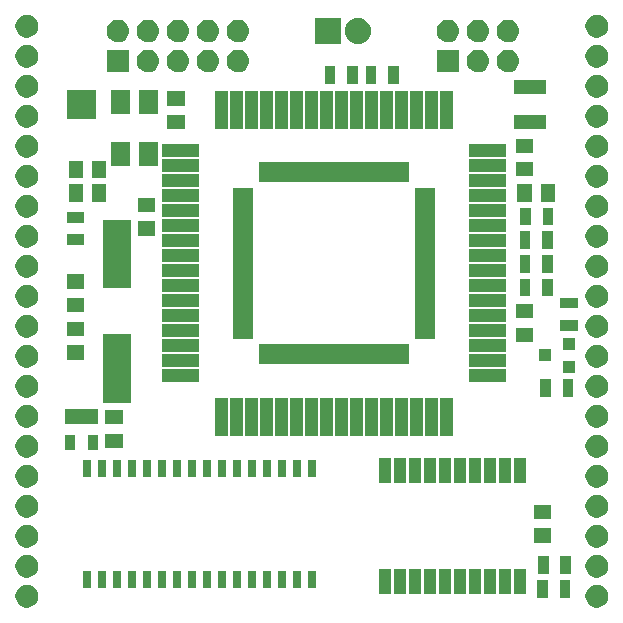
<source format=gts>
G04 #@! TF.FileFunction,Soldermask,Top*
%FSLAX46Y46*%
G04 Gerber Fmt 4.6, Leading zero omitted, Abs format (unit mm)*
G04 Created by KiCad (PCBNEW 4.0.2-stable) date Mon 10 Oct 2016 06:55:53 PM CEST*
%MOMM*%
G01*
G04 APERTURE LIST*
%ADD10C,0.100000*%
G04 APERTURE END LIST*
D10*
G36*
X124472311Y-128170640D02*
X124657425Y-128208639D01*
X124831628Y-128281867D01*
X124988294Y-128387539D01*
X125121452Y-128521631D01*
X125226029Y-128679030D01*
X125298037Y-128853737D01*
X125334675Y-129038770D01*
X125334675Y-129038780D01*
X125334741Y-129039114D01*
X125331727Y-129254955D01*
X125331651Y-129255289D01*
X125331651Y-129255301D01*
X125289864Y-129439230D01*
X125213001Y-129611866D01*
X125104069Y-129766285D01*
X124967223Y-129896603D01*
X124807670Y-129997858D01*
X124631485Y-130066197D01*
X124445387Y-130099010D01*
X124256456Y-130095053D01*
X124071886Y-130054473D01*
X123898723Y-129978820D01*
X123743549Y-129870971D01*
X123612276Y-129735033D01*
X123509911Y-129576194D01*
X123440345Y-129400492D01*
X123406231Y-129214619D01*
X123408870Y-129025667D01*
X123448158Y-128840828D01*
X123522604Y-128667135D01*
X123629367Y-128511212D01*
X123764384Y-128378993D01*
X123922507Y-128275520D01*
X124097719Y-128204730D01*
X124283340Y-128169321D01*
X124472311Y-128170640D01*
X124472311Y-128170640D01*
G37*
G36*
X172732311Y-128170640D02*
X172917425Y-128208639D01*
X173091628Y-128281867D01*
X173248294Y-128387539D01*
X173381452Y-128521631D01*
X173486029Y-128679030D01*
X173558037Y-128853737D01*
X173594675Y-129038770D01*
X173594675Y-129038780D01*
X173594741Y-129039114D01*
X173591727Y-129254955D01*
X173591651Y-129255289D01*
X173591651Y-129255301D01*
X173549864Y-129439230D01*
X173473001Y-129611866D01*
X173364069Y-129766285D01*
X173227223Y-129896603D01*
X173067670Y-129997858D01*
X172891485Y-130066197D01*
X172705387Y-130099010D01*
X172516456Y-130095053D01*
X172331886Y-130054473D01*
X172158723Y-129978820D01*
X172003549Y-129870971D01*
X171872276Y-129735033D01*
X171769911Y-129576194D01*
X171700345Y-129400492D01*
X171666231Y-129214619D01*
X171668870Y-129025667D01*
X171708158Y-128840828D01*
X171782604Y-128667135D01*
X171889367Y-128511212D01*
X172024384Y-128378993D01*
X172182507Y-128275520D01*
X172357719Y-128204730D01*
X172543340Y-128169321D01*
X172732311Y-128170640D01*
X172732311Y-128170640D01*
G37*
G36*
X170400000Y-129250000D02*
X169500000Y-129250000D01*
X169500000Y-127750000D01*
X170400000Y-127750000D01*
X170400000Y-129250000D01*
X170400000Y-129250000D01*
G37*
G36*
X168500000Y-129250000D02*
X167600000Y-129250000D01*
X167600000Y-127750000D01*
X168500000Y-127750000D01*
X168500000Y-129250000D01*
X168500000Y-129250000D01*
G37*
G36*
X166621000Y-128965000D02*
X165659000Y-128965000D01*
X165659000Y-126815000D01*
X166621000Y-126815000D01*
X166621000Y-128965000D01*
X166621000Y-128965000D01*
G37*
G36*
X161541000Y-128965000D02*
X160579000Y-128965000D01*
X160579000Y-126815000D01*
X161541000Y-126815000D01*
X161541000Y-128965000D01*
X161541000Y-128965000D01*
G37*
G36*
X155191000Y-128965000D02*
X154229000Y-128965000D01*
X154229000Y-126815000D01*
X155191000Y-126815000D01*
X155191000Y-128965000D01*
X155191000Y-128965000D01*
G37*
G36*
X156461000Y-128965000D02*
X155499000Y-128965000D01*
X155499000Y-126815000D01*
X156461000Y-126815000D01*
X156461000Y-128965000D01*
X156461000Y-128965000D01*
G37*
G36*
X157731000Y-128965000D02*
X156769000Y-128965000D01*
X156769000Y-126815000D01*
X157731000Y-126815000D01*
X157731000Y-128965000D01*
X157731000Y-128965000D01*
G37*
G36*
X159001000Y-128965000D02*
X158039000Y-128965000D01*
X158039000Y-126815000D01*
X159001000Y-126815000D01*
X159001000Y-128965000D01*
X159001000Y-128965000D01*
G37*
G36*
X162811000Y-128965000D02*
X161849000Y-128965000D01*
X161849000Y-126815000D01*
X162811000Y-126815000D01*
X162811000Y-128965000D01*
X162811000Y-128965000D01*
G37*
G36*
X164081000Y-128965000D02*
X163119000Y-128965000D01*
X163119000Y-126815000D01*
X164081000Y-126815000D01*
X164081000Y-128965000D01*
X164081000Y-128965000D01*
G37*
G36*
X165351000Y-128965000D02*
X164389000Y-128965000D01*
X164389000Y-126815000D01*
X165351000Y-126815000D01*
X165351000Y-128965000D01*
X165351000Y-128965000D01*
G37*
G36*
X160271000Y-128965000D02*
X159309000Y-128965000D01*
X159309000Y-126815000D01*
X160271000Y-126815000D01*
X160271000Y-128965000D01*
X160271000Y-128965000D01*
G37*
G36*
X147583600Y-128434000D02*
X146926400Y-128434000D01*
X146926400Y-126964000D01*
X147583600Y-126964000D01*
X147583600Y-128434000D01*
X147583600Y-128434000D01*
G37*
G36*
X133613600Y-128434000D02*
X132956400Y-128434000D01*
X132956400Y-126964000D01*
X133613600Y-126964000D01*
X133613600Y-128434000D01*
X133613600Y-128434000D01*
G37*
G36*
X134883600Y-128434000D02*
X134226400Y-128434000D01*
X134226400Y-126964000D01*
X134883600Y-126964000D01*
X134883600Y-128434000D01*
X134883600Y-128434000D01*
G37*
G36*
X136153600Y-128434000D02*
X135496400Y-128434000D01*
X135496400Y-126964000D01*
X136153600Y-126964000D01*
X136153600Y-128434000D01*
X136153600Y-128434000D01*
G37*
G36*
X137423600Y-128434000D02*
X136766400Y-128434000D01*
X136766400Y-126964000D01*
X137423600Y-126964000D01*
X137423600Y-128434000D01*
X137423600Y-128434000D01*
G37*
G36*
X138693600Y-128434000D02*
X138036400Y-128434000D01*
X138036400Y-126964000D01*
X138693600Y-126964000D01*
X138693600Y-128434000D01*
X138693600Y-128434000D01*
G37*
G36*
X143773600Y-128434000D02*
X143116400Y-128434000D01*
X143116400Y-126964000D01*
X143773600Y-126964000D01*
X143773600Y-128434000D01*
X143773600Y-128434000D01*
G37*
G36*
X145043600Y-128434000D02*
X144386400Y-128434000D01*
X144386400Y-126964000D01*
X145043600Y-126964000D01*
X145043600Y-128434000D01*
X145043600Y-128434000D01*
G37*
G36*
X146313600Y-128434000D02*
X145656400Y-128434000D01*
X145656400Y-126964000D01*
X146313600Y-126964000D01*
X146313600Y-128434000D01*
X146313600Y-128434000D01*
G37*
G36*
X148853600Y-128434000D02*
X148196400Y-128434000D01*
X148196400Y-126964000D01*
X148853600Y-126964000D01*
X148853600Y-128434000D01*
X148853600Y-128434000D01*
G37*
G36*
X142503600Y-128434000D02*
X141846400Y-128434000D01*
X141846400Y-126964000D01*
X142503600Y-126964000D01*
X142503600Y-128434000D01*
X142503600Y-128434000D01*
G37*
G36*
X141233600Y-128434000D02*
X140576400Y-128434000D01*
X140576400Y-126964000D01*
X141233600Y-126964000D01*
X141233600Y-128434000D01*
X141233600Y-128434000D01*
G37*
G36*
X139963600Y-128434000D02*
X139306400Y-128434000D01*
X139306400Y-126964000D01*
X139963600Y-126964000D01*
X139963600Y-128434000D01*
X139963600Y-128434000D01*
G37*
G36*
X132343600Y-128434000D02*
X131686400Y-128434000D01*
X131686400Y-126964000D01*
X132343600Y-126964000D01*
X132343600Y-128434000D01*
X132343600Y-128434000D01*
G37*
G36*
X129803600Y-128434000D02*
X129146400Y-128434000D01*
X129146400Y-126964000D01*
X129803600Y-126964000D01*
X129803600Y-128434000D01*
X129803600Y-128434000D01*
G37*
G36*
X131073600Y-128434000D02*
X130416400Y-128434000D01*
X130416400Y-126964000D01*
X131073600Y-126964000D01*
X131073600Y-128434000D01*
X131073600Y-128434000D01*
G37*
G36*
X124472311Y-125630640D02*
X124657425Y-125668639D01*
X124831628Y-125741867D01*
X124988294Y-125847539D01*
X125121452Y-125981631D01*
X125226029Y-126139030D01*
X125298037Y-126313737D01*
X125334675Y-126498770D01*
X125334675Y-126498780D01*
X125334741Y-126499114D01*
X125331727Y-126714955D01*
X125331651Y-126715289D01*
X125331651Y-126715301D01*
X125289864Y-126899230D01*
X125213001Y-127071866D01*
X125104069Y-127226285D01*
X124967223Y-127356603D01*
X124807670Y-127457858D01*
X124631485Y-127526197D01*
X124445387Y-127559010D01*
X124256456Y-127555053D01*
X124071886Y-127514473D01*
X123898723Y-127438820D01*
X123743549Y-127330971D01*
X123612276Y-127195033D01*
X123509911Y-127036194D01*
X123440345Y-126860492D01*
X123406231Y-126674619D01*
X123408870Y-126485667D01*
X123448158Y-126300828D01*
X123522604Y-126127135D01*
X123629367Y-125971212D01*
X123764384Y-125838993D01*
X123922507Y-125735520D01*
X124097719Y-125664730D01*
X124283340Y-125629321D01*
X124472311Y-125630640D01*
X124472311Y-125630640D01*
G37*
G36*
X172732311Y-125630640D02*
X172917425Y-125668639D01*
X173091628Y-125741867D01*
X173248294Y-125847539D01*
X173381452Y-125981631D01*
X173486029Y-126139030D01*
X173558037Y-126313737D01*
X173594675Y-126498770D01*
X173594675Y-126498780D01*
X173594741Y-126499114D01*
X173591727Y-126714955D01*
X173591651Y-126715289D01*
X173591651Y-126715301D01*
X173549864Y-126899230D01*
X173473001Y-127071866D01*
X173364069Y-127226285D01*
X173227223Y-127356603D01*
X173067670Y-127457858D01*
X172891485Y-127526197D01*
X172705387Y-127559010D01*
X172516456Y-127555053D01*
X172331886Y-127514473D01*
X172158723Y-127438820D01*
X172003549Y-127330971D01*
X171872276Y-127195033D01*
X171769911Y-127036194D01*
X171700345Y-126860492D01*
X171666231Y-126674619D01*
X171668870Y-126485667D01*
X171708158Y-126300828D01*
X171782604Y-126127135D01*
X171889367Y-125971212D01*
X172024384Y-125838993D01*
X172182507Y-125735520D01*
X172357719Y-125664730D01*
X172543340Y-125629321D01*
X172732311Y-125630640D01*
X172732311Y-125630640D01*
G37*
G36*
X170450000Y-127250000D02*
X169550000Y-127250000D01*
X169550000Y-125750000D01*
X170450000Y-125750000D01*
X170450000Y-127250000D01*
X170450000Y-127250000D01*
G37*
G36*
X168550000Y-127250000D02*
X167650000Y-127250000D01*
X167650000Y-125750000D01*
X168550000Y-125750000D01*
X168550000Y-127250000D01*
X168550000Y-127250000D01*
G37*
G36*
X124472311Y-123090640D02*
X124657425Y-123128639D01*
X124831628Y-123201867D01*
X124988294Y-123307539D01*
X125121452Y-123441631D01*
X125226029Y-123599030D01*
X125298037Y-123773737D01*
X125334675Y-123958770D01*
X125334675Y-123958780D01*
X125334741Y-123959114D01*
X125331727Y-124174955D01*
X125331651Y-124175289D01*
X125331651Y-124175301D01*
X125289864Y-124359230D01*
X125213001Y-124531866D01*
X125104069Y-124686285D01*
X124967223Y-124816603D01*
X124807670Y-124917858D01*
X124631485Y-124986197D01*
X124445387Y-125019010D01*
X124256456Y-125015053D01*
X124071886Y-124974473D01*
X123898723Y-124898820D01*
X123743549Y-124790971D01*
X123612276Y-124655033D01*
X123509911Y-124496194D01*
X123440345Y-124320492D01*
X123406231Y-124134619D01*
X123408870Y-123945667D01*
X123448158Y-123760828D01*
X123522604Y-123587135D01*
X123629367Y-123431212D01*
X123764384Y-123298993D01*
X123922507Y-123195520D01*
X124097719Y-123124730D01*
X124283340Y-123089321D01*
X124472311Y-123090640D01*
X124472311Y-123090640D01*
G37*
G36*
X172732311Y-123090640D02*
X172917425Y-123128639D01*
X173091628Y-123201867D01*
X173248294Y-123307539D01*
X173381452Y-123441631D01*
X173486029Y-123599030D01*
X173558037Y-123773737D01*
X173594675Y-123958770D01*
X173594675Y-123958780D01*
X173594741Y-123959114D01*
X173591727Y-124174955D01*
X173591651Y-124175289D01*
X173591651Y-124175301D01*
X173549864Y-124359230D01*
X173473001Y-124531866D01*
X173364069Y-124686285D01*
X173227223Y-124816603D01*
X173067670Y-124917858D01*
X172891485Y-124986197D01*
X172705387Y-125019010D01*
X172516456Y-125015053D01*
X172331886Y-124974473D01*
X172158723Y-124898820D01*
X172003549Y-124790971D01*
X171872276Y-124655033D01*
X171769911Y-124496194D01*
X171700345Y-124320492D01*
X171666231Y-124134619D01*
X171668870Y-123945667D01*
X171708158Y-123760828D01*
X171782604Y-123587135D01*
X171889367Y-123431212D01*
X172024384Y-123298993D01*
X172182507Y-123195520D01*
X172357719Y-123124730D01*
X172543340Y-123089321D01*
X172732311Y-123090640D01*
X172732311Y-123090640D01*
G37*
G36*
X168725000Y-124600000D02*
X167275000Y-124600000D01*
X167275000Y-123400000D01*
X168725000Y-123400000D01*
X168725000Y-124600000D01*
X168725000Y-124600000D01*
G37*
G36*
X168725000Y-122600000D02*
X167275000Y-122600000D01*
X167275000Y-121400000D01*
X168725000Y-121400000D01*
X168725000Y-122600000D01*
X168725000Y-122600000D01*
G37*
G36*
X172732311Y-120550640D02*
X172917425Y-120588639D01*
X173091628Y-120661867D01*
X173248294Y-120767539D01*
X173381452Y-120901631D01*
X173486029Y-121059030D01*
X173558037Y-121233737D01*
X173594675Y-121418770D01*
X173594675Y-121418780D01*
X173594741Y-121419114D01*
X173591727Y-121634955D01*
X173591651Y-121635289D01*
X173591651Y-121635301D01*
X173549864Y-121819230D01*
X173473001Y-121991866D01*
X173364069Y-122146285D01*
X173227223Y-122276603D01*
X173067670Y-122377858D01*
X172891485Y-122446197D01*
X172705387Y-122479010D01*
X172516456Y-122475053D01*
X172331886Y-122434473D01*
X172158723Y-122358820D01*
X172003549Y-122250971D01*
X171872276Y-122115033D01*
X171769911Y-121956194D01*
X171700345Y-121780492D01*
X171666231Y-121594619D01*
X171668870Y-121405667D01*
X171708158Y-121220828D01*
X171782604Y-121047135D01*
X171889367Y-120891212D01*
X172024384Y-120758993D01*
X172182507Y-120655520D01*
X172357719Y-120584730D01*
X172543340Y-120549321D01*
X172732311Y-120550640D01*
X172732311Y-120550640D01*
G37*
G36*
X124472311Y-120550640D02*
X124657425Y-120588639D01*
X124831628Y-120661867D01*
X124988294Y-120767539D01*
X125121452Y-120901631D01*
X125226029Y-121059030D01*
X125298037Y-121233737D01*
X125334675Y-121418770D01*
X125334675Y-121418780D01*
X125334741Y-121419114D01*
X125331727Y-121634955D01*
X125331651Y-121635289D01*
X125331651Y-121635301D01*
X125289864Y-121819230D01*
X125213001Y-121991866D01*
X125104069Y-122146285D01*
X124967223Y-122276603D01*
X124807670Y-122377858D01*
X124631485Y-122446197D01*
X124445387Y-122479010D01*
X124256456Y-122475053D01*
X124071886Y-122434473D01*
X123898723Y-122358820D01*
X123743549Y-122250971D01*
X123612276Y-122115033D01*
X123509911Y-121956194D01*
X123440345Y-121780492D01*
X123406231Y-121594619D01*
X123408870Y-121405667D01*
X123448158Y-121220828D01*
X123522604Y-121047135D01*
X123629367Y-120891212D01*
X123764384Y-120758993D01*
X123922507Y-120655520D01*
X124097719Y-120584730D01*
X124283340Y-120549321D01*
X124472311Y-120550640D01*
X124472311Y-120550640D01*
G37*
G36*
X124472311Y-118010640D02*
X124657425Y-118048639D01*
X124831628Y-118121867D01*
X124988294Y-118227539D01*
X125121452Y-118361631D01*
X125226029Y-118519030D01*
X125298037Y-118693737D01*
X125334675Y-118878770D01*
X125334675Y-118878780D01*
X125334741Y-118879114D01*
X125331727Y-119094955D01*
X125331651Y-119095289D01*
X125331651Y-119095301D01*
X125289864Y-119279230D01*
X125213001Y-119451866D01*
X125104069Y-119606285D01*
X124967223Y-119736603D01*
X124807670Y-119837858D01*
X124631485Y-119906197D01*
X124445387Y-119939010D01*
X124256456Y-119935053D01*
X124071886Y-119894473D01*
X123898723Y-119818820D01*
X123743549Y-119710971D01*
X123612276Y-119575033D01*
X123509911Y-119416194D01*
X123440345Y-119240492D01*
X123406231Y-119054619D01*
X123408870Y-118865667D01*
X123448158Y-118680828D01*
X123522604Y-118507135D01*
X123629367Y-118351212D01*
X123764384Y-118218993D01*
X123922507Y-118115520D01*
X124097719Y-118044730D01*
X124283340Y-118009321D01*
X124472311Y-118010640D01*
X124472311Y-118010640D01*
G37*
G36*
X172732311Y-118010640D02*
X172917425Y-118048639D01*
X173091628Y-118121867D01*
X173248294Y-118227539D01*
X173381452Y-118361631D01*
X173486029Y-118519030D01*
X173558037Y-118693737D01*
X173594675Y-118878770D01*
X173594675Y-118878780D01*
X173594741Y-118879114D01*
X173591727Y-119094955D01*
X173591651Y-119095289D01*
X173591651Y-119095301D01*
X173549864Y-119279230D01*
X173473001Y-119451866D01*
X173364069Y-119606285D01*
X173227223Y-119736603D01*
X173067670Y-119837858D01*
X172891485Y-119906197D01*
X172705387Y-119939010D01*
X172516456Y-119935053D01*
X172331886Y-119894473D01*
X172158723Y-119818820D01*
X172003549Y-119710971D01*
X171872276Y-119575033D01*
X171769911Y-119416194D01*
X171700345Y-119240492D01*
X171666231Y-119054619D01*
X171668870Y-118865667D01*
X171708158Y-118680828D01*
X171782604Y-118507135D01*
X171889367Y-118351212D01*
X172024384Y-118218993D01*
X172182507Y-118115520D01*
X172357719Y-118044730D01*
X172543340Y-118009321D01*
X172732311Y-118010640D01*
X172732311Y-118010640D01*
G37*
G36*
X157731000Y-119565000D02*
X156769000Y-119565000D01*
X156769000Y-117415000D01*
X157731000Y-117415000D01*
X157731000Y-119565000D01*
X157731000Y-119565000D01*
G37*
G36*
X161541000Y-119565000D02*
X160579000Y-119565000D01*
X160579000Y-117415000D01*
X161541000Y-117415000D01*
X161541000Y-119565000D01*
X161541000Y-119565000D01*
G37*
G36*
X160271000Y-119565000D02*
X159309000Y-119565000D01*
X159309000Y-117415000D01*
X160271000Y-117415000D01*
X160271000Y-119565000D01*
X160271000Y-119565000D01*
G37*
G36*
X159001000Y-119565000D02*
X158039000Y-119565000D01*
X158039000Y-117415000D01*
X159001000Y-117415000D01*
X159001000Y-119565000D01*
X159001000Y-119565000D01*
G37*
G36*
X164081000Y-119565000D02*
X163119000Y-119565000D01*
X163119000Y-117415000D01*
X164081000Y-117415000D01*
X164081000Y-119565000D01*
X164081000Y-119565000D01*
G37*
G36*
X165351000Y-119565000D02*
X164389000Y-119565000D01*
X164389000Y-117415000D01*
X165351000Y-117415000D01*
X165351000Y-119565000D01*
X165351000Y-119565000D01*
G37*
G36*
X166621000Y-119565000D02*
X165659000Y-119565000D01*
X165659000Y-117415000D01*
X166621000Y-117415000D01*
X166621000Y-119565000D01*
X166621000Y-119565000D01*
G37*
G36*
X156461000Y-119565000D02*
X155499000Y-119565000D01*
X155499000Y-117415000D01*
X156461000Y-117415000D01*
X156461000Y-119565000D01*
X156461000Y-119565000D01*
G37*
G36*
X162811000Y-119565000D02*
X161849000Y-119565000D01*
X161849000Y-117415000D01*
X162811000Y-117415000D01*
X162811000Y-119565000D01*
X162811000Y-119565000D01*
G37*
G36*
X155191000Y-119565000D02*
X154229000Y-119565000D01*
X154229000Y-117415000D01*
X155191000Y-117415000D01*
X155191000Y-119565000D01*
X155191000Y-119565000D01*
G37*
G36*
X141233600Y-119036000D02*
X140576400Y-119036000D01*
X140576400Y-117566000D01*
X141233600Y-117566000D01*
X141233600Y-119036000D01*
X141233600Y-119036000D01*
G37*
G36*
X146313600Y-119036000D02*
X145656400Y-119036000D01*
X145656400Y-117566000D01*
X146313600Y-117566000D01*
X146313600Y-119036000D01*
X146313600Y-119036000D01*
G37*
G36*
X147583600Y-119036000D02*
X146926400Y-119036000D01*
X146926400Y-117566000D01*
X147583600Y-117566000D01*
X147583600Y-119036000D01*
X147583600Y-119036000D01*
G37*
G36*
X148853600Y-119036000D02*
X148196400Y-119036000D01*
X148196400Y-117566000D01*
X148853600Y-117566000D01*
X148853600Y-119036000D01*
X148853600Y-119036000D01*
G37*
G36*
X139963600Y-119036000D02*
X139306400Y-119036000D01*
X139306400Y-117566000D01*
X139963600Y-117566000D01*
X139963600Y-119036000D01*
X139963600Y-119036000D01*
G37*
G36*
X129803600Y-119036000D02*
X129146400Y-119036000D01*
X129146400Y-117566000D01*
X129803600Y-117566000D01*
X129803600Y-119036000D01*
X129803600Y-119036000D01*
G37*
G36*
X131073600Y-119036000D02*
X130416400Y-119036000D01*
X130416400Y-117566000D01*
X131073600Y-117566000D01*
X131073600Y-119036000D01*
X131073600Y-119036000D01*
G37*
G36*
X132343600Y-119036000D02*
X131686400Y-119036000D01*
X131686400Y-117566000D01*
X132343600Y-117566000D01*
X132343600Y-119036000D01*
X132343600Y-119036000D01*
G37*
G36*
X134883600Y-119036000D02*
X134226400Y-119036000D01*
X134226400Y-117566000D01*
X134883600Y-117566000D01*
X134883600Y-119036000D01*
X134883600Y-119036000D01*
G37*
G36*
X133613600Y-119036000D02*
X132956400Y-119036000D01*
X132956400Y-117566000D01*
X133613600Y-117566000D01*
X133613600Y-119036000D01*
X133613600Y-119036000D01*
G37*
G36*
X145043600Y-119036000D02*
X144386400Y-119036000D01*
X144386400Y-117566000D01*
X145043600Y-117566000D01*
X145043600Y-119036000D01*
X145043600Y-119036000D01*
G37*
G36*
X143773600Y-119036000D02*
X143116400Y-119036000D01*
X143116400Y-117566000D01*
X143773600Y-117566000D01*
X143773600Y-119036000D01*
X143773600Y-119036000D01*
G37*
G36*
X142503600Y-119036000D02*
X141846400Y-119036000D01*
X141846400Y-117566000D01*
X142503600Y-117566000D01*
X142503600Y-119036000D01*
X142503600Y-119036000D01*
G37*
G36*
X137423600Y-119036000D02*
X136766400Y-119036000D01*
X136766400Y-117566000D01*
X137423600Y-117566000D01*
X137423600Y-119036000D01*
X137423600Y-119036000D01*
G37*
G36*
X136153600Y-119036000D02*
X135496400Y-119036000D01*
X135496400Y-117566000D01*
X136153600Y-117566000D01*
X136153600Y-119036000D01*
X136153600Y-119036000D01*
G37*
G36*
X138693600Y-119036000D02*
X138036400Y-119036000D01*
X138036400Y-117566000D01*
X138693600Y-117566000D01*
X138693600Y-119036000D01*
X138693600Y-119036000D01*
G37*
G36*
X172732311Y-115470640D02*
X172917425Y-115508639D01*
X173091628Y-115581867D01*
X173248294Y-115687539D01*
X173381452Y-115821631D01*
X173486029Y-115979030D01*
X173558037Y-116153737D01*
X173594675Y-116338770D01*
X173594675Y-116338780D01*
X173594741Y-116339114D01*
X173591727Y-116554955D01*
X173591651Y-116555289D01*
X173591651Y-116555301D01*
X173549864Y-116739230D01*
X173473001Y-116911866D01*
X173364069Y-117066285D01*
X173227223Y-117196603D01*
X173067670Y-117297858D01*
X172891485Y-117366197D01*
X172705387Y-117399010D01*
X172516456Y-117395053D01*
X172331886Y-117354473D01*
X172158723Y-117278820D01*
X172003549Y-117170971D01*
X171872276Y-117035033D01*
X171769911Y-116876194D01*
X171700345Y-116700492D01*
X171666231Y-116514619D01*
X171668870Y-116325667D01*
X171708158Y-116140828D01*
X171782604Y-115967135D01*
X171889367Y-115811212D01*
X172024384Y-115678993D01*
X172182507Y-115575520D01*
X172357719Y-115504730D01*
X172543340Y-115469321D01*
X172732311Y-115470640D01*
X172732311Y-115470640D01*
G37*
G36*
X124472311Y-115470640D02*
X124657425Y-115508639D01*
X124831628Y-115581867D01*
X124988294Y-115687539D01*
X125121452Y-115821631D01*
X125226029Y-115979030D01*
X125298037Y-116153737D01*
X125334675Y-116338770D01*
X125334675Y-116338780D01*
X125334741Y-116339114D01*
X125331727Y-116554955D01*
X125331651Y-116555289D01*
X125331651Y-116555301D01*
X125289864Y-116739230D01*
X125213001Y-116911866D01*
X125104069Y-117066285D01*
X124967223Y-117196603D01*
X124807670Y-117297858D01*
X124631485Y-117366197D01*
X124445387Y-117399010D01*
X124256456Y-117395053D01*
X124071886Y-117354473D01*
X123898723Y-117278820D01*
X123743549Y-117170971D01*
X123612276Y-117035033D01*
X123509911Y-116876194D01*
X123440345Y-116700492D01*
X123406231Y-116514619D01*
X123408870Y-116325667D01*
X123448158Y-116140828D01*
X123522604Y-115967135D01*
X123629367Y-115811212D01*
X123764384Y-115678993D01*
X123922507Y-115575520D01*
X124097719Y-115504730D01*
X124283340Y-115469321D01*
X124472311Y-115470640D01*
X124472311Y-115470640D01*
G37*
G36*
X130375000Y-116730000D02*
X129525000Y-116730000D01*
X129525000Y-115470000D01*
X130375000Y-115470000D01*
X130375000Y-116730000D01*
X130375000Y-116730000D01*
G37*
G36*
X128475000Y-116730000D02*
X127625000Y-116730000D01*
X127625000Y-115470000D01*
X128475000Y-115470000D01*
X128475000Y-116730000D01*
X128475000Y-116730000D01*
G37*
G36*
X132475000Y-116600000D02*
X131025000Y-116600000D01*
X131025000Y-115400000D01*
X132475000Y-115400000D01*
X132475000Y-116600000D01*
X132475000Y-116600000D01*
G37*
G36*
X154099529Y-115550019D02*
X152999529Y-115550019D01*
X152999529Y-112350019D01*
X154099529Y-112350019D01*
X154099529Y-115550019D01*
X154099529Y-115550019D01*
G37*
G36*
X146479529Y-115550019D02*
X145379529Y-115550019D01*
X145379529Y-112350019D01*
X146479529Y-112350019D01*
X146479529Y-115550019D01*
X146479529Y-115550019D01*
G37*
G36*
X147749529Y-115550019D02*
X146649529Y-115550019D01*
X146649529Y-112350019D01*
X147749529Y-112350019D01*
X147749529Y-115550019D01*
X147749529Y-115550019D01*
G37*
G36*
X149019529Y-115550019D02*
X147919529Y-115550019D01*
X147919529Y-112350019D01*
X149019529Y-112350019D01*
X149019529Y-115550019D01*
X149019529Y-115550019D01*
G37*
G36*
X141399529Y-115550019D02*
X140299529Y-115550019D01*
X140299529Y-112350019D01*
X141399529Y-112350019D01*
X141399529Y-115550019D01*
X141399529Y-115550019D01*
G37*
G36*
X142669529Y-115550019D02*
X141569529Y-115550019D01*
X141569529Y-112350019D01*
X142669529Y-112350019D01*
X142669529Y-115550019D01*
X142669529Y-115550019D01*
G37*
G36*
X143939529Y-115550019D02*
X142839529Y-115550019D01*
X142839529Y-112350019D01*
X143939529Y-112350019D01*
X143939529Y-115550019D01*
X143939529Y-115550019D01*
G37*
G36*
X160449529Y-115550019D02*
X159349529Y-115550019D01*
X159349529Y-112350019D01*
X160449529Y-112350019D01*
X160449529Y-115550019D01*
X160449529Y-115550019D01*
G37*
G36*
X159179529Y-115550019D02*
X158079529Y-115550019D01*
X158079529Y-112350019D01*
X159179529Y-112350019D01*
X159179529Y-115550019D01*
X159179529Y-115550019D01*
G37*
G36*
X157909529Y-115550019D02*
X156809529Y-115550019D01*
X156809529Y-112350019D01*
X157909529Y-112350019D01*
X157909529Y-115550019D01*
X157909529Y-115550019D01*
G37*
G36*
X156639529Y-115550019D02*
X155539529Y-115550019D01*
X155539529Y-112350019D01*
X156639529Y-112350019D01*
X156639529Y-115550019D01*
X156639529Y-115550019D01*
G37*
G36*
X155369529Y-115550019D02*
X154269529Y-115550019D01*
X154269529Y-112350019D01*
X155369529Y-112350019D01*
X155369529Y-115550019D01*
X155369529Y-115550019D01*
G37*
G36*
X152829529Y-115550019D02*
X151729529Y-115550019D01*
X151729529Y-112350019D01*
X152829529Y-112350019D01*
X152829529Y-115550019D01*
X152829529Y-115550019D01*
G37*
G36*
X151559529Y-115550019D02*
X150459529Y-115550019D01*
X150459529Y-112350019D01*
X151559529Y-112350019D01*
X151559529Y-115550019D01*
X151559529Y-115550019D01*
G37*
G36*
X145209529Y-115550019D02*
X144109529Y-115550019D01*
X144109529Y-112350019D01*
X145209529Y-112350019D01*
X145209529Y-115550019D01*
X145209529Y-115550019D01*
G37*
G36*
X150289529Y-115550019D02*
X149189529Y-115550019D01*
X149189529Y-112350019D01*
X150289529Y-112350019D01*
X150289529Y-115550019D01*
X150289529Y-115550019D01*
G37*
G36*
X124472311Y-112930640D02*
X124657425Y-112968639D01*
X124831628Y-113041867D01*
X124988294Y-113147539D01*
X125121452Y-113281631D01*
X125226029Y-113439030D01*
X125298037Y-113613737D01*
X125334675Y-113798770D01*
X125334675Y-113798780D01*
X125334741Y-113799114D01*
X125331727Y-114014955D01*
X125331651Y-114015289D01*
X125331651Y-114015301D01*
X125289864Y-114199230D01*
X125213001Y-114371866D01*
X125104069Y-114526285D01*
X124967223Y-114656603D01*
X124807670Y-114757858D01*
X124631485Y-114826197D01*
X124445387Y-114859010D01*
X124256456Y-114855053D01*
X124071886Y-114814473D01*
X123898723Y-114738820D01*
X123743549Y-114630971D01*
X123612276Y-114495033D01*
X123509911Y-114336194D01*
X123440345Y-114160492D01*
X123406231Y-113974619D01*
X123408870Y-113785667D01*
X123448158Y-113600828D01*
X123522604Y-113427135D01*
X123629367Y-113271212D01*
X123764384Y-113138993D01*
X123922507Y-113035520D01*
X124097719Y-112964730D01*
X124283340Y-112929321D01*
X124472311Y-112930640D01*
X124472311Y-112930640D01*
G37*
G36*
X172732311Y-112930640D02*
X172917425Y-112968639D01*
X173091628Y-113041867D01*
X173248294Y-113147539D01*
X173381452Y-113281631D01*
X173486029Y-113439030D01*
X173558037Y-113613737D01*
X173594675Y-113798770D01*
X173594675Y-113798780D01*
X173594741Y-113799114D01*
X173591727Y-114014955D01*
X173591651Y-114015289D01*
X173591651Y-114015301D01*
X173549864Y-114199230D01*
X173473001Y-114371866D01*
X173364069Y-114526285D01*
X173227223Y-114656603D01*
X173067670Y-114757858D01*
X172891485Y-114826197D01*
X172705387Y-114859010D01*
X172516456Y-114855053D01*
X172331886Y-114814473D01*
X172158723Y-114738820D01*
X172003549Y-114630971D01*
X171872276Y-114495033D01*
X171769911Y-114336194D01*
X171700345Y-114160492D01*
X171666231Y-113974619D01*
X171668870Y-113785667D01*
X171708158Y-113600828D01*
X171782604Y-113427135D01*
X171889367Y-113271212D01*
X172024384Y-113138993D01*
X172182507Y-113035520D01*
X172357719Y-112964730D01*
X172543340Y-112929321D01*
X172732311Y-112930640D01*
X172732311Y-112930640D01*
G37*
G36*
X132475000Y-114600000D02*
X131025000Y-114600000D01*
X131025000Y-113400000D01*
X132475000Y-113400000D01*
X132475000Y-114600000D01*
X132475000Y-114600000D01*
G37*
G36*
X130375000Y-114530000D02*
X127625000Y-114530000D01*
X127625000Y-113270000D01*
X130375000Y-113270000D01*
X130375000Y-114530000D01*
X130375000Y-114530000D01*
G37*
G36*
X133150290Y-112749210D02*
X130849710Y-112749210D01*
X130849710Y-106948510D01*
X133150290Y-106948510D01*
X133150290Y-112749210D01*
X133150290Y-112749210D01*
G37*
G36*
X124472311Y-110390640D02*
X124657425Y-110428639D01*
X124831628Y-110501867D01*
X124988294Y-110607539D01*
X125121452Y-110741631D01*
X125226029Y-110899030D01*
X125298037Y-111073737D01*
X125334675Y-111258770D01*
X125334675Y-111258780D01*
X125334741Y-111259114D01*
X125331727Y-111474955D01*
X125331651Y-111475289D01*
X125331651Y-111475301D01*
X125289864Y-111659230D01*
X125213001Y-111831866D01*
X125104069Y-111986285D01*
X124967223Y-112116603D01*
X124807670Y-112217858D01*
X124631485Y-112286197D01*
X124445387Y-112319010D01*
X124256456Y-112315053D01*
X124071886Y-112274473D01*
X123898723Y-112198820D01*
X123743549Y-112090971D01*
X123612276Y-111955033D01*
X123509911Y-111796194D01*
X123440345Y-111620492D01*
X123406231Y-111434619D01*
X123408870Y-111245667D01*
X123448158Y-111060828D01*
X123522604Y-110887135D01*
X123629367Y-110731212D01*
X123764384Y-110598993D01*
X123922507Y-110495520D01*
X124097719Y-110424730D01*
X124283340Y-110389321D01*
X124472311Y-110390640D01*
X124472311Y-110390640D01*
G37*
G36*
X172732311Y-110390640D02*
X172917425Y-110428639D01*
X173091628Y-110501867D01*
X173248294Y-110607539D01*
X173381452Y-110741631D01*
X173486029Y-110899030D01*
X173558037Y-111073737D01*
X173594675Y-111258770D01*
X173594675Y-111258780D01*
X173594741Y-111259114D01*
X173591727Y-111474955D01*
X173591651Y-111475289D01*
X173591651Y-111475301D01*
X173549864Y-111659230D01*
X173473001Y-111831866D01*
X173364069Y-111986285D01*
X173227223Y-112116603D01*
X173067670Y-112217858D01*
X172891485Y-112286197D01*
X172705387Y-112319010D01*
X172516456Y-112315053D01*
X172331886Y-112274473D01*
X172158723Y-112198820D01*
X172003549Y-112090971D01*
X171872276Y-111955033D01*
X171769911Y-111796194D01*
X171700345Y-111620492D01*
X171666231Y-111434619D01*
X171668870Y-111245667D01*
X171708158Y-111060828D01*
X171782604Y-110887135D01*
X171889367Y-110731212D01*
X172024384Y-110598993D01*
X172182507Y-110495520D01*
X172357719Y-110424730D01*
X172543340Y-110389321D01*
X172732311Y-110390640D01*
X172732311Y-110390640D01*
G37*
G36*
X168750000Y-112250000D02*
X167850000Y-112250000D01*
X167850000Y-110750000D01*
X168750000Y-110750000D01*
X168750000Y-112250000D01*
X168750000Y-112250000D01*
G37*
G36*
X170650000Y-112250000D02*
X169750000Y-112250000D01*
X169750000Y-110750000D01*
X170650000Y-110750000D01*
X170650000Y-112250000D01*
X170650000Y-112250000D01*
G37*
G36*
X164974529Y-111025019D02*
X161774529Y-111025019D01*
X161774529Y-109925019D01*
X164974529Y-109925019D01*
X164974529Y-111025019D01*
X164974529Y-111025019D01*
G37*
G36*
X138974529Y-111025019D02*
X135774529Y-111025019D01*
X135774529Y-109925019D01*
X138974529Y-109925019D01*
X138974529Y-111025019D01*
X138974529Y-111025019D01*
G37*
G36*
X170750810Y-110200050D02*
X169750710Y-110200050D01*
X169750710Y-109199950D01*
X170750810Y-109199950D01*
X170750810Y-110200050D01*
X170750810Y-110200050D01*
G37*
G36*
X172732311Y-107850640D02*
X172917425Y-107888639D01*
X173091628Y-107961867D01*
X173248294Y-108067539D01*
X173381452Y-108201631D01*
X173486029Y-108359030D01*
X173558037Y-108533737D01*
X173594675Y-108718770D01*
X173594675Y-108718780D01*
X173594741Y-108719114D01*
X173591727Y-108934955D01*
X173591651Y-108935289D01*
X173591651Y-108935301D01*
X173549864Y-109119230D01*
X173473001Y-109291866D01*
X173364069Y-109446285D01*
X173227223Y-109576603D01*
X173067670Y-109677858D01*
X172891485Y-109746197D01*
X172705387Y-109779010D01*
X172516456Y-109775053D01*
X172331886Y-109734473D01*
X172158723Y-109658820D01*
X172003549Y-109550971D01*
X171872276Y-109415033D01*
X171769911Y-109256194D01*
X171700345Y-109080492D01*
X171666231Y-108894619D01*
X171668870Y-108705667D01*
X171708158Y-108520828D01*
X171782604Y-108347135D01*
X171889367Y-108191212D01*
X172024384Y-108058993D01*
X172182507Y-107955520D01*
X172357719Y-107884730D01*
X172543340Y-107849321D01*
X172732311Y-107850640D01*
X172732311Y-107850640D01*
G37*
G36*
X124472311Y-107850640D02*
X124657425Y-107888639D01*
X124831628Y-107961867D01*
X124988294Y-108067539D01*
X125121452Y-108201631D01*
X125226029Y-108359030D01*
X125298037Y-108533737D01*
X125334675Y-108718770D01*
X125334675Y-108718780D01*
X125334741Y-108719114D01*
X125331727Y-108934955D01*
X125331651Y-108935289D01*
X125331651Y-108935301D01*
X125289864Y-109119230D01*
X125213001Y-109291866D01*
X125104069Y-109446285D01*
X124967223Y-109576603D01*
X124807670Y-109677858D01*
X124631485Y-109746197D01*
X124445387Y-109779010D01*
X124256456Y-109775053D01*
X124071886Y-109734473D01*
X123898723Y-109658820D01*
X123743549Y-109550971D01*
X123612276Y-109415033D01*
X123509911Y-109256194D01*
X123440345Y-109080492D01*
X123406231Y-108894619D01*
X123408870Y-108705667D01*
X123448158Y-108520828D01*
X123522604Y-108347135D01*
X123629367Y-108191212D01*
X123764384Y-108058993D01*
X123922507Y-107955520D01*
X124097719Y-107884730D01*
X124283340Y-107849321D01*
X124472311Y-107850640D01*
X124472311Y-107850640D01*
G37*
G36*
X164974529Y-109755019D02*
X161774529Y-109755019D01*
X161774529Y-108655019D01*
X164974529Y-108655019D01*
X164974529Y-109755019D01*
X164974529Y-109755019D01*
G37*
G36*
X138974529Y-109755019D02*
X135774529Y-109755019D01*
X135774529Y-108655019D01*
X138974529Y-108655019D01*
X138974529Y-109755019D01*
X138974529Y-109755019D01*
G37*
G36*
X156749529Y-109500019D02*
X143999529Y-109500019D01*
X143999529Y-107800019D01*
X156749529Y-107800019D01*
X156749529Y-109500019D01*
X156749529Y-109500019D01*
G37*
G36*
X168751830Y-109250050D02*
X167751730Y-109250050D01*
X167751730Y-108249950D01*
X168751830Y-108249950D01*
X168751830Y-109250050D01*
X168751830Y-109250050D01*
G37*
G36*
X129225000Y-109100000D02*
X127775000Y-109100000D01*
X127775000Y-107900000D01*
X129225000Y-107900000D01*
X129225000Y-109100000D01*
X129225000Y-109100000D01*
G37*
G36*
X138974529Y-108485019D02*
X135774529Y-108485019D01*
X135774529Y-107385019D01*
X138974529Y-107385019D01*
X138974529Y-108485019D01*
X138974529Y-108485019D01*
G37*
G36*
X164974529Y-108485019D02*
X161774529Y-108485019D01*
X161774529Y-107385019D01*
X164974529Y-107385019D01*
X164974529Y-108485019D01*
X164974529Y-108485019D01*
G37*
G36*
X170750810Y-108300050D02*
X169750710Y-108300050D01*
X169750710Y-107299950D01*
X170750810Y-107299950D01*
X170750810Y-108300050D01*
X170750810Y-108300050D01*
G37*
G36*
X167225000Y-107600000D02*
X165775000Y-107600000D01*
X165775000Y-106400000D01*
X167225000Y-106400000D01*
X167225000Y-107600000D01*
X167225000Y-107600000D01*
G37*
G36*
X143524529Y-107325019D02*
X141824529Y-107325019D01*
X141824529Y-94575019D01*
X143524529Y-94575019D01*
X143524529Y-107325019D01*
X143524529Y-107325019D01*
G37*
G36*
X158924529Y-107325019D02*
X157224529Y-107325019D01*
X157224529Y-94575019D01*
X158924529Y-94575019D01*
X158924529Y-107325019D01*
X158924529Y-107325019D01*
G37*
G36*
X172732311Y-105310640D02*
X172917425Y-105348639D01*
X173091628Y-105421867D01*
X173248294Y-105527539D01*
X173381452Y-105661631D01*
X173486029Y-105819030D01*
X173558037Y-105993737D01*
X173594675Y-106178770D01*
X173594675Y-106178780D01*
X173594741Y-106179114D01*
X173591727Y-106394955D01*
X173591651Y-106395289D01*
X173591651Y-106395301D01*
X173549864Y-106579230D01*
X173473001Y-106751866D01*
X173364069Y-106906285D01*
X173227223Y-107036603D01*
X173067670Y-107137858D01*
X172891485Y-107206197D01*
X172705387Y-107239010D01*
X172516456Y-107235053D01*
X172331886Y-107194473D01*
X172158723Y-107118820D01*
X172003549Y-107010971D01*
X171872276Y-106875033D01*
X171769911Y-106716194D01*
X171700345Y-106540492D01*
X171666231Y-106354619D01*
X171668870Y-106165667D01*
X171708158Y-105980828D01*
X171782604Y-105807135D01*
X171889367Y-105651212D01*
X172024384Y-105518993D01*
X172182507Y-105415520D01*
X172357719Y-105344730D01*
X172543340Y-105309321D01*
X172732311Y-105310640D01*
X172732311Y-105310640D01*
G37*
G36*
X124472311Y-105310640D02*
X124657425Y-105348639D01*
X124831628Y-105421867D01*
X124988294Y-105527539D01*
X125121452Y-105661631D01*
X125226029Y-105819030D01*
X125298037Y-105993737D01*
X125334675Y-106178770D01*
X125334675Y-106178780D01*
X125334741Y-106179114D01*
X125331727Y-106394955D01*
X125331651Y-106395289D01*
X125331651Y-106395301D01*
X125289864Y-106579230D01*
X125213001Y-106751866D01*
X125104069Y-106906285D01*
X124967223Y-107036603D01*
X124807670Y-107137858D01*
X124631485Y-107206197D01*
X124445387Y-107239010D01*
X124256456Y-107235053D01*
X124071886Y-107194473D01*
X123898723Y-107118820D01*
X123743549Y-107010971D01*
X123612276Y-106875033D01*
X123509911Y-106716194D01*
X123440345Y-106540492D01*
X123406231Y-106354619D01*
X123408870Y-106165667D01*
X123448158Y-105980828D01*
X123522604Y-105807135D01*
X123629367Y-105651212D01*
X123764384Y-105518993D01*
X123922507Y-105415520D01*
X124097719Y-105344730D01*
X124283340Y-105309321D01*
X124472311Y-105310640D01*
X124472311Y-105310640D01*
G37*
G36*
X164974529Y-107215019D02*
X161774529Y-107215019D01*
X161774529Y-106115019D01*
X164974529Y-106115019D01*
X164974529Y-107215019D01*
X164974529Y-107215019D01*
G37*
G36*
X138974529Y-107215019D02*
X135774529Y-107215019D01*
X135774529Y-106115019D01*
X138974529Y-106115019D01*
X138974529Y-107215019D01*
X138974529Y-107215019D01*
G37*
G36*
X129225000Y-107100000D02*
X127775000Y-107100000D01*
X127775000Y-105900000D01*
X129225000Y-105900000D01*
X129225000Y-107100000D01*
X129225000Y-107100000D01*
G37*
G36*
X171000000Y-106650000D02*
X169500000Y-106650000D01*
X169500000Y-105750000D01*
X171000000Y-105750000D01*
X171000000Y-106650000D01*
X171000000Y-106650000D01*
G37*
G36*
X164974529Y-105945019D02*
X161774529Y-105945019D01*
X161774529Y-104845019D01*
X164974529Y-104845019D01*
X164974529Y-105945019D01*
X164974529Y-105945019D01*
G37*
G36*
X138974529Y-105945019D02*
X135774529Y-105945019D01*
X135774529Y-104845019D01*
X138974529Y-104845019D01*
X138974529Y-105945019D01*
X138974529Y-105945019D01*
G37*
G36*
X167225000Y-105600000D02*
X165775000Y-105600000D01*
X165775000Y-104400000D01*
X167225000Y-104400000D01*
X167225000Y-105600000D01*
X167225000Y-105600000D01*
G37*
G36*
X129225000Y-105100000D02*
X127775000Y-105100000D01*
X127775000Y-103900000D01*
X129225000Y-103900000D01*
X129225000Y-105100000D01*
X129225000Y-105100000D01*
G37*
G36*
X171000000Y-104750000D02*
X169500000Y-104750000D01*
X169500000Y-103850000D01*
X171000000Y-103850000D01*
X171000000Y-104750000D01*
X171000000Y-104750000D01*
G37*
G36*
X172732311Y-102770640D02*
X172917425Y-102808639D01*
X173091628Y-102881867D01*
X173248294Y-102987539D01*
X173381452Y-103121631D01*
X173486029Y-103279030D01*
X173558037Y-103453737D01*
X173594675Y-103638770D01*
X173594675Y-103638780D01*
X173594741Y-103639114D01*
X173591727Y-103854955D01*
X173591651Y-103855289D01*
X173591651Y-103855301D01*
X173549864Y-104039230D01*
X173473001Y-104211866D01*
X173364069Y-104366285D01*
X173227223Y-104496603D01*
X173067670Y-104597858D01*
X172891485Y-104666197D01*
X172705387Y-104699010D01*
X172516456Y-104695053D01*
X172331886Y-104654473D01*
X172158723Y-104578820D01*
X172003549Y-104470971D01*
X171872276Y-104335033D01*
X171769911Y-104176194D01*
X171700345Y-104000492D01*
X171666231Y-103814619D01*
X171668870Y-103625667D01*
X171708158Y-103440828D01*
X171782604Y-103267135D01*
X171889367Y-103111212D01*
X172024384Y-102978993D01*
X172182507Y-102875520D01*
X172357719Y-102804730D01*
X172543340Y-102769321D01*
X172732311Y-102770640D01*
X172732311Y-102770640D01*
G37*
G36*
X124472311Y-102770640D02*
X124657425Y-102808639D01*
X124831628Y-102881867D01*
X124988294Y-102987539D01*
X125121452Y-103121631D01*
X125226029Y-103279030D01*
X125298037Y-103453737D01*
X125334675Y-103638770D01*
X125334675Y-103638780D01*
X125334741Y-103639114D01*
X125331727Y-103854955D01*
X125331651Y-103855289D01*
X125331651Y-103855301D01*
X125289864Y-104039230D01*
X125213001Y-104211866D01*
X125104069Y-104366285D01*
X124967223Y-104496603D01*
X124807670Y-104597858D01*
X124631485Y-104666197D01*
X124445387Y-104699010D01*
X124256456Y-104695053D01*
X124071886Y-104654473D01*
X123898723Y-104578820D01*
X123743549Y-104470971D01*
X123612276Y-104335033D01*
X123509911Y-104176194D01*
X123440345Y-104000492D01*
X123406231Y-103814619D01*
X123408870Y-103625667D01*
X123448158Y-103440828D01*
X123522604Y-103267135D01*
X123629367Y-103111212D01*
X123764384Y-102978993D01*
X123922507Y-102875520D01*
X124097719Y-102804730D01*
X124283340Y-102769321D01*
X124472311Y-102770640D01*
X124472311Y-102770640D01*
G37*
G36*
X138974529Y-104675019D02*
X135774529Y-104675019D01*
X135774529Y-103575019D01*
X138974529Y-103575019D01*
X138974529Y-104675019D01*
X138974529Y-104675019D01*
G37*
G36*
X164974529Y-104675019D02*
X161774529Y-104675019D01*
X161774529Y-103575019D01*
X164974529Y-103575019D01*
X164974529Y-104675019D01*
X164974529Y-104675019D01*
G37*
G36*
X167000000Y-103750000D02*
X166100000Y-103750000D01*
X166100000Y-102250000D01*
X167000000Y-102250000D01*
X167000000Y-103750000D01*
X167000000Y-103750000D01*
G37*
G36*
X168900000Y-103750000D02*
X168000000Y-103750000D01*
X168000000Y-102250000D01*
X168900000Y-102250000D01*
X168900000Y-103750000D01*
X168900000Y-103750000D01*
G37*
G36*
X138974529Y-103405019D02*
X135774529Y-103405019D01*
X135774529Y-102305019D01*
X138974529Y-102305019D01*
X138974529Y-103405019D01*
X138974529Y-103405019D01*
G37*
G36*
X164974529Y-103405019D02*
X161774529Y-103405019D01*
X161774529Y-102305019D01*
X164974529Y-102305019D01*
X164974529Y-103405019D01*
X164974529Y-103405019D01*
G37*
G36*
X129225000Y-103100000D02*
X127775000Y-103100000D01*
X127775000Y-101900000D01*
X129225000Y-101900000D01*
X129225000Y-103100000D01*
X129225000Y-103100000D01*
G37*
G36*
X133150290Y-103051490D02*
X130849710Y-103051490D01*
X130849710Y-97250790D01*
X133150290Y-97250790D01*
X133150290Y-103051490D01*
X133150290Y-103051490D01*
G37*
G36*
X172732311Y-100230640D02*
X172917425Y-100268639D01*
X173091628Y-100341867D01*
X173248294Y-100447539D01*
X173381452Y-100581631D01*
X173486029Y-100739030D01*
X173558037Y-100913737D01*
X173594675Y-101098770D01*
X173594675Y-101098780D01*
X173594741Y-101099114D01*
X173591727Y-101314955D01*
X173591651Y-101315289D01*
X173591651Y-101315301D01*
X173549864Y-101499230D01*
X173473001Y-101671866D01*
X173364069Y-101826285D01*
X173227223Y-101956603D01*
X173067670Y-102057858D01*
X172891485Y-102126197D01*
X172705387Y-102159010D01*
X172516456Y-102155053D01*
X172331886Y-102114473D01*
X172158723Y-102038820D01*
X172003549Y-101930971D01*
X171872276Y-101795033D01*
X171769911Y-101636194D01*
X171700345Y-101460492D01*
X171666231Y-101274619D01*
X171668870Y-101085667D01*
X171708158Y-100900828D01*
X171782604Y-100727135D01*
X171889367Y-100571212D01*
X172024384Y-100438993D01*
X172182507Y-100335520D01*
X172357719Y-100264730D01*
X172543340Y-100229321D01*
X172732311Y-100230640D01*
X172732311Y-100230640D01*
G37*
G36*
X124472311Y-100230640D02*
X124657425Y-100268639D01*
X124831628Y-100341867D01*
X124988294Y-100447539D01*
X125121452Y-100581631D01*
X125226029Y-100739030D01*
X125298037Y-100913737D01*
X125334675Y-101098770D01*
X125334675Y-101098780D01*
X125334741Y-101099114D01*
X125331727Y-101314955D01*
X125331651Y-101315289D01*
X125331651Y-101315301D01*
X125289864Y-101499230D01*
X125213001Y-101671866D01*
X125104069Y-101826285D01*
X124967223Y-101956603D01*
X124807670Y-102057858D01*
X124631485Y-102126197D01*
X124445387Y-102159010D01*
X124256456Y-102155053D01*
X124071886Y-102114473D01*
X123898723Y-102038820D01*
X123743549Y-101930971D01*
X123612276Y-101795033D01*
X123509911Y-101636194D01*
X123440345Y-101460492D01*
X123406231Y-101274619D01*
X123408870Y-101085667D01*
X123448158Y-100900828D01*
X123522604Y-100727135D01*
X123629367Y-100571212D01*
X123764384Y-100438993D01*
X123922507Y-100335520D01*
X124097719Y-100264730D01*
X124283340Y-100229321D01*
X124472311Y-100230640D01*
X124472311Y-100230640D01*
G37*
G36*
X138974529Y-102135019D02*
X135774529Y-102135019D01*
X135774529Y-101035019D01*
X138974529Y-101035019D01*
X138974529Y-102135019D01*
X138974529Y-102135019D01*
G37*
G36*
X164974529Y-102135019D02*
X161774529Y-102135019D01*
X161774529Y-101035019D01*
X164974529Y-101035019D01*
X164974529Y-102135019D01*
X164974529Y-102135019D01*
G37*
G36*
X167000000Y-101750000D02*
X166100000Y-101750000D01*
X166100000Y-100250000D01*
X167000000Y-100250000D01*
X167000000Y-101750000D01*
X167000000Y-101750000D01*
G37*
G36*
X168900000Y-101750000D02*
X168000000Y-101750000D01*
X168000000Y-100250000D01*
X168900000Y-100250000D01*
X168900000Y-101750000D01*
X168900000Y-101750000D01*
G37*
G36*
X164974529Y-100865019D02*
X161774529Y-100865019D01*
X161774529Y-99765019D01*
X164974529Y-99765019D01*
X164974529Y-100865019D01*
X164974529Y-100865019D01*
G37*
G36*
X138974529Y-100865019D02*
X135774529Y-100865019D01*
X135774529Y-99765019D01*
X138974529Y-99765019D01*
X138974529Y-100865019D01*
X138974529Y-100865019D01*
G37*
G36*
X168900000Y-99750000D02*
X168000000Y-99750000D01*
X168000000Y-98250000D01*
X168900000Y-98250000D01*
X168900000Y-99750000D01*
X168900000Y-99750000D01*
G37*
G36*
X167000000Y-99750000D02*
X166100000Y-99750000D01*
X166100000Y-98250000D01*
X167000000Y-98250000D01*
X167000000Y-99750000D01*
X167000000Y-99750000D01*
G37*
G36*
X124472311Y-97690640D02*
X124657425Y-97728639D01*
X124831628Y-97801867D01*
X124988294Y-97907539D01*
X125121452Y-98041631D01*
X125226029Y-98199030D01*
X125298037Y-98373737D01*
X125334675Y-98558770D01*
X125334675Y-98558780D01*
X125334741Y-98559114D01*
X125331727Y-98774955D01*
X125331651Y-98775289D01*
X125331651Y-98775301D01*
X125289864Y-98959230D01*
X125213001Y-99131866D01*
X125104069Y-99286285D01*
X124967223Y-99416603D01*
X124807670Y-99517858D01*
X124631485Y-99586197D01*
X124445387Y-99619010D01*
X124256456Y-99615053D01*
X124071886Y-99574473D01*
X123898723Y-99498820D01*
X123743549Y-99390971D01*
X123612276Y-99255033D01*
X123509911Y-99096194D01*
X123440345Y-98920492D01*
X123406231Y-98734619D01*
X123408870Y-98545667D01*
X123448158Y-98360828D01*
X123522604Y-98187135D01*
X123629367Y-98031212D01*
X123764384Y-97898993D01*
X123922507Y-97795520D01*
X124097719Y-97724730D01*
X124283340Y-97689321D01*
X124472311Y-97690640D01*
X124472311Y-97690640D01*
G37*
G36*
X172732311Y-97690640D02*
X172917425Y-97728639D01*
X173091628Y-97801867D01*
X173248294Y-97907539D01*
X173381452Y-98041631D01*
X173486029Y-98199030D01*
X173558037Y-98373737D01*
X173594675Y-98558770D01*
X173594675Y-98558780D01*
X173594741Y-98559114D01*
X173591727Y-98774955D01*
X173591651Y-98775289D01*
X173591651Y-98775301D01*
X173549864Y-98959230D01*
X173473001Y-99131866D01*
X173364069Y-99286285D01*
X173227223Y-99416603D01*
X173067670Y-99517858D01*
X172891485Y-99586197D01*
X172705387Y-99619010D01*
X172516456Y-99615053D01*
X172331886Y-99574473D01*
X172158723Y-99498820D01*
X172003549Y-99390971D01*
X171872276Y-99255033D01*
X171769911Y-99096194D01*
X171700345Y-98920492D01*
X171666231Y-98734619D01*
X171668870Y-98545667D01*
X171708158Y-98360828D01*
X171782604Y-98187135D01*
X171889367Y-98031212D01*
X172024384Y-97898993D01*
X172182507Y-97795520D01*
X172357719Y-97724730D01*
X172543340Y-97689321D01*
X172732311Y-97690640D01*
X172732311Y-97690640D01*
G37*
G36*
X138974529Y-99595019D02*
X135774529Y-99595019D01*
X135774529Y-98495019D01*
X138974529Y-98495019D01*
X138974529Y-99595019D01*
X138974529Y-99595019D01*
G37*
G36*
X164974529Y-99595019D02*
X161774529Y-99595019D01*
X161774529Y-98495019D01*
X164974529Y-98495019D01*
X164974529Y-99595019D01*
X164974529Y-99595019D01*
G37*
G36*
X129250000Y-99400000D02*
X127750000Y-99400000D01*
X127750000Y-98500000D01*
X129250000Y-98500000D01*
X129250000Y-99400000D01*
X129250000Y-99400000D01*
G37*
G36*
X135225000Y-98600000D02*
X133775000Y-98600000D01*
X133775000Y-97400000D01*
X135225000Y-97400000D01*
X135225000Y-98600000D01*
X135225000Y-98600000D01*
G37*
G36*
X164974529Y-98325019D02*
X161774529Y-98325019D01*
X161774529Y-97225019D01*
X164974529Y-97225019D01*
X164974529Y-98325019D01*
X164974529Y-98325019D01*
G37*
G36*
X138974529Y-98325019D02*
X135774529Y-98325019D01*
X135774529Y-97225019D01*
X138974529Y-97225019D01*
X138974529Y-98325019D01*
X138974529Y-98325019D01*
G37*
G36*
X168950000Y-97750000D02*
X168050000Y-97750000D01*
X168050000Y-96250000D01*
X168950000Y-96250000D01*
X168950000Y-97750000D01*
X168950000Y-97750000D01*
G37*
G36*
X167050000Y-97750000D02*
X166150000Y-97750000D01*
X166150000Y-96250000D01*
X167050000Y-96250000D01*
X167050000Y-97750000D01*
X167050000Y-97750000D01*
G37*
G36*
X129250000Y-97500000D02*
X127750000Y-97500000D01*
X127750000Y-96600000D01*
X129250000Y-96600000D01*
X129250000Y-97500000D01*
X129250000Y-97500000D01*
G37*
G36*
X172732311Y-95150640D02*
X172917425Y-95188639D01*
X173091628Y-95261867D01*
X173248294Y-95367539D01*
X173381452Y-95501631D01*
X173486029Y-95659030D01*
X173558037Y-95833737D01*
X173594675Y-96018770D01*
X173594675Y-96018780D01*
X173594741Y-96019114D01*
X173591727Y-96234955D01*
X173591651Y-96235289D01*
X173591651Y-96235301D01*
X173549864Y-96419230D01*
X173473001Y-96591866D01*
X173364069Y-96746285D01*
X173227223Y-96876603D01*
X173067670Y-96977858D01*
X172891485Y-97046197D01*
X172705387Y-97079010D01*
X172516456Y-97075053D01*
X172331886Y-97034473D01*
X172158723Y-96958820D01*
X172003549Y-96850971D01*
X171872276Y-96715033D01*
X171769911Y-96556194D01*
X171700345Y-96380492D01*
X171666231Y-96194619D01*
X171668870Y-96005667D01*
X171708158Y-95820828D01*
X171782604Y-95647135D01*
X171889367Y-95491212D01*
X172024384Y-95358993D01*
X172182507Y-95255520D01*
X172357719Y-95184730D01*
X172543340Y-95149321D01*
X172732311Y-95150640D01*
X172732311Y-95150640D01*
G37*
G36*
X124472311Y-95150640D02*
X124657425Y-95188639D01*
X124831628Y-95261867D01*
X124988294Y-95367539D01*
X125121452Y-95501631D01*
X125226029Y-95659030D01*
X125298037Y-95833737D01*
X125334675Y-96018770D01*
X125334675Y-96018780D01*
X125334741Y-96019114D01*
X125331727Y-96234955D01*
X125331651Y-96235289D01*
X125331651Y-96235301D01*
X125289864Y-96419230D01*
X125213001Y-96591866D01*
X125104069Y-96746285D01*
X124967223Y-96876603D01*
X124807670Y-96977858D01*
X124631485Y-97046197D01*
X124445387Y-97079010D01*
X124256456Y-97075053D01*
X124071886Y-97034473D01*
X123898723Y-96958820D01*
X123743549Y-96850971D01*
X123612276Y-96715033D01*
X123509911Y-96556194D01*
X123440345Y-96380492D01*
X123406231Y-96194619D01*
X123408870Y-96005667D01*
X123448158Y-95820828D01*
X123522604Y-95647135D01*
X123629367Y-95491212D01*
X123764384Y-95358993D01*
X123922507Y-95255520D01*
X124097719Y-95184730D01*
X124283340Y-95149321D01*
X124472311Y-95150640D01*
X124472311Y-95150640D01*
G37*
G36*
X138974529Y-97055019D02*
X135774529Y-97055019D01*
X135774529Y-95955019D01*
X138974529Y-95955019D01*
X138974529Y-97055019D01*
X138974529Y-97055019D01*
G37*
G36*
X164974529Y-97055019D02*
X161774529Y-97055019D01*
X161774529Y-95955019D01*
X164974529Y-95955019D01*
X164974529Y-97055019D01*
X164974529Y-97055019D01*
G37*
G36*
X135225000Y-96600000D02*
X133775000Y-96600000D01*
X133775000Y-95400000D01*
X135225000Y-95400000D01*
X135225000Y-96600000D01*
X135225000Y-96600000D01*
G37*
G36*
X138974529Y-95785019D02*
X135774529Y-95785019D01*
X135774529Y-94685019D01*
X138974529Y-94685019D01*
X138974529Y-95785019D01*
X138974529Y-95785019D01*
G37*
G36*
X164974529Y-95785019D02*
X161774529Y-95785019D01*
X161774529Y-94685019D01*
X164974529Y-94685019D01*
X164974529Y-95785019D01*
X164974529Y-95785019D01*
G37*
G36*
X131100000Y-95725000D02*
X129900000Y-95725000D01*
X129900000Y-94275000D01*
X131100000Y-94275000D01*
X131100000Y-95725000D01*
X131100000Y-95725000D01*
G37*
G36*
X129100000Y-95725000D02*
X127900000Y-95725000D01*
X127900000Y-94275000D01*
X129100000Y-94275000D01*
X129100000Y-95725000D01*
X129100000Y-95725000D01*
G37*
G36*
X167100000Y-95725000D02*
X165900000Y-95725000D01*
X165900000Y-94275000D01*
X167100000Y-94275000D01*
X167100000Y-95725000D01*
X167100000Y-95725000D01*
G37*
G36*
X169100000Y-95725000D02*
X167900000Y-95725000D01*
X167900000Y-94275000D01*
X169100000Y-94275000D01*
X169100000Y-95725000D01*
X169100000Y-95725000D01*
G37*
G36*
X172732311Y-92610640D02*
X172917425Y-92648639D01*
X173091628Y-92721867D01*
X173248294Y-92827539D01*
X173381452Y-92961631D01*
X173486029Y-93119030D01*
X173558037Y-93293737D01*
X173594675Y-93478770D01*
X173594675Y-93478780D01*
X173594741Y-93479114D01*
X173591727Y-93694955D01*
X173591651Y-93695289D01*
X173591651Y-93695301D01*
X173549864Y-93879230D01*
X173473001Y-94051866D01*
X173364069Y-94206285D01*
X173227223Y-94336603D01*
X173067670Y-94437858D01*
X172891485Y-94506197D01*
X172705387Y-94539010D01*
X172516456Y-94535053D01*
X172331886Y-94494473D01*
X172158723Y-94418820D01*
X172003549Y-94310971D01*
X171872276Y-94175033D01*
X171769911Y-94016194D01*
X171700345Y-93840492D01*
X171666231Y-93654619D01*
X171668870Y-93465667D01*
X171708158Y-93280828D01*
X171782604Y-93107135D01*
X171889367Y-92951212D01*
X172024384Y-92818993D01*
X172182507Y-92715520D01*
X172357719Y-92644730D01*
X172543340Y-92609321D01*
X172732311Y-92610640D01*
X172732311Y-92610640D01*
G37*
G36*
X124472311Y-92610640D02*
X124657425Y-92648639D01*
X124831628Y-92721867D01*
X124988294Y-92827539D01*
X125121452Y-92961631D01*
X125226029Y-93119030D01*
X125298037Y-93293737D01*
X125334675Y-93478770D01*
X125334675Y-93478780D01*
X125334741Y-93479114D01*
X125331727Y-93694955D01*
X125331651Y-93695289D01*
X125331651Y-93695301D01*
X125289864Y-93879230D01*
X125213001Y-94051866D01*
X125104069Y-94206285D01*
X124967223Y-94336603D01*
X124807670Y-94437858D01*
X124631485Y-94506197D01*
X124445387Y-94539010D01*
X124256456Y-94535053D01*
X124071886Y-94494473D01*
X123898723Y-94418820D01*
X123743549Y-94310971D01*
X123612276Y-94175033D01*
X123509911Y-94016194D01*
X123440345Y-93840492D01*
X123406231Y-93654619D01*
X123408870Y-93465667D01*
X123448158Y-93280828D01*
X123522604Y-93107135D01*
X123629367Y-92951212D01*
X123764384Y-92818993D01*
X123922507Y-92715520D01*
X124097719Y-92644730D01*
X124283340Y-92609321D01*
X124472311Y-92610640D01*
X124472311Y-92610640D01*
G37*
G36*
X164974529Y-94515019D02*
X161774529Y-94515019D01*
X161774529Y-93415019D01*
X164974529Y-93415019D01*
X164974529Y-94515019D01*
X164974529Y-94515019D01*
G37*
G36*
X138974529Y-94515019D02*
X135774529Y-94515019D01*
X135774529Y-93415019D01*
X138974529Y-93415019D01*
X138974529Y-94515019D01*
X138974529Y-94515019D01*
G37*
G36*
X156749529Y-94100019D02*
X143999529Y-94100019D01*
X143999529Y-92400019D01*
X156749529Y-92400019D01*
X156749529Y-94100019D01*
X156749529Y-94100019D01*
G37*
G36*
X131100000Y-93725000D02*
X129900000Y-93725000D01*
X129900000Y-92275000D01*
X131100000Y-92275000D01*
X131100000Y-93725000D01*
X131100000Y-93725000D01*
G37*
G36*
X129100000Y-93725000D02*
X127900000Y-93725000D01*
X127900000Y-92275000D01*
X129100000Y-92275000D01*
X129100000Y-93725000D01*
X129100000Y-93725000D01*
G37*
G36*
X167225000Y-93600000D02*
X165775000Y-93600000D01*
X165775000Y-92400000D01*
X167225000Y-92400000D01*
X167225000Y-93600000D01*
X167225000Y-93600000D01*
G37*
G36*
X138974529Y-93245019D02*
X135774529Y-93245019D01*
X135774529Y-92145019D01*
X138974529Y-92145019D01*
X138974529Y-93245019D01*
X138974529Y-93245019D01*
G37*
G36*
X164974529Y-93245019D02*
X161774529Y-93245019D01*
X161774529Y-92145019D01*
X164974529Y-92145019D01*
X164974529Y-93245019D01*
X164974529Y-93245019D01*
G37*
G36*
X133100890Y-92700070D02*
X131501350Y-92700070D01*
X131501350Y-90699210D01*
X133100890Y-90699210D01*
X133100890Y-92700070D01*
X133100890Y-92700070D01*
G37*
G36*
X135498650Y-92700070D02*
X133899110Y-92700070D01*
X133899110Y-90699210D01*
X135498650Y-90699210D01*
X135498650Y-92700070D01*
X135498650Y-92700070D01*
G37*
G36*
X124472311Y-90070640D02*
X124657425Y-90108639D01*
X124831628Y-90181867D01*
X124988294Y-90287539D01*
X125121452Y-90421631D01*
X125226029Y-90579030D01*
X125298037Y-90753737D01*
X125334675Y-90938770D01*
X125334675Y-90938780D01*
X125334741Y-90939114D01*
X125331727Y-91154955D01*
X125331651Y-91155289D01*
X125331651Y-91155301D01*
X125289864Y-91339230D01*
X125213001Y-91511866D01*
X125104069Y-91666285D01*
X124967223Y-91796603D01*
X124807670Y-91897858D01*
X124631485Y-91966197D01*
X124445387Y-91999010D01*
X124256456Y-91995053D01*
X124071886Y-91954473D01*
X123898723Y-91878820D01*
X123743549Y-91770971D01*
X123612276Y-91635033D01*
X123509911Y-91476194D01*
X123440345Y-91300492D01*
X123406231Y-91114619D01*
X123408870Y-90925667D01*
X123448158Y-90740828D01*
X123522604Y-90567135D01*
X123629367Y-90411212D01*
X123764384Y-90278993D01*
X123922507Y-90175520D01*
X124097719Y-90104730D01*
X124283340Y-90069321D01*
X124472311Y-90070640D01*
X124472311Y-90070640D01*
G37*
G36*
X172732311Y-90070640D02*
X172917425Y-90108639D01*
X173091628Y-90181867D01*
X173248294Y-90287539D01*
X173381452Y-90421631D01*
X173486029Y-90579030D01*
X173558037Y-90753737D01*
X173594675Y-90938770D01*
X173594675Y-90938780D01*
X173594741Y-90939114D01*
X173591727Y-91154955D01*
X173591651Y-91155289D01*
X173591651Y-91155301D01*
X173549864Y-91339230D01*
X173473001Y-91511866D01*
X173364069Y-91666285D01*
X173227223Y-91796603D01*
X173067670Y-91897858D01*
X172891485Y-91966197D01*
X172705387Y-91999010D01*
X172516456Y-91995053D01*
X172331886Y-91954473D01*
X172158723Y-91878820D01*
X172003549Y-91770971D01*
X171872276Y-91635033D01*
X171769911Y-91476194D01*
X171700345Y-91300492D01*
X171666231Y-91114619D01*
X171668870Y-90925667D01*
X171708158Y-90740828D01*
X171782604Y-90567135D01*
X171889367Y-90411212D01*
X172024384Y-90278993D01*
X172182507Y-90175520D01*
X172357719Y-90104730D01*
X172543340Y-90069321D01*
X172732311Y-90070640D01*
X172732311Y-90070640D01*
G37*
G36*
X164974529Y-91975019D02*
X161774529Y-91975019D01*
X161774529Y-90875019D01*
X164974529Y-90875019D01*
X164974529Y-91975019D01*
X164974529Y-91975019D01*
G37*
G36*
X138974529Y-91975019D02*
X135774529Y-91975019D01*
X135774529Y-90875019D01*
X138974529Y-90875019D01*
X138974529Y-91975019D01*
X138974529Y-91975019D01*
G37*
G36*
X167225000Y-91600000D02*
X165775000Y-91600000D01*
X165775000Y-90400000D01*
X167225000Y-90400000D01*
X167225000Y-91600000D01*
X167225000Y-91600000D01*
G37*
G36*
X137725000Y-89600000D02*
X136275000Y-89600000D01*
X136275000Y-88400000D01*
X137725000Y-88400000D01*
X137725000Y-89600000D01*
X137725000Y-89600000D01*
G37*
G36*
X168350000Y-89600000D02*
X165650000Y-89600000D01*
X165650000Y-88400000D01*
X168350000Y-88400000D01*
X168350000Y-89600000D01*
X168350000Y-89600000D01*
G37*
G36*
X156639529Y-89550019D02*
X155539529Y-89550019D01*
X155539529Y-86350019D01*
X156639529Y-86350019D01*
X156639529Y-89550019D01*
X156639529Y-89550019D01*
G37*
G36*
X159179529Y-89550019D02*
X158079529Y-89550019D01*
X158079529Y-86350019D01*
X159179529Y-86350019D01*
X159179529Y-89550019D01*
X159179529Y-89550019D01*
G37*
G36*
X160449529Y-89550019D02*
X159349529Y-89550019D01*
X159349529Y-86350019D01*
X160449529Y-86350019D01*
X160449529Y-89550019D01*
X160449529Y-89550019D01*
G37*
G36*
X141399529Y-89550019D02*
X140299529Y-89550019D01*
X140299529Y-86350019D01*
X141399529Y-86350019D01*
X141399529Y-89550019D01*
X141399529Y-89550019D01*
G37*
G36*
X143939529Y-89550019D02*
X142839529Y-89550019D01*
X142839529Y-86350019D01*
X143939529Y-86350019D01*
X143939529Y-89550019D01*
X143939529Y-89550019D01*
G37*
G36*
X145209529Y-89550019D02*
X144109529Y-89550019D01*
X144109529Y-86350019D01*
X145209529Y-86350019D01*
X145209529Y-89550019D01*
X145209529Y-89550019D01*
G37*
G36*
X152829529Y-89550019D02*
X151729529Y-89550019D01*
X151729529Y-86350019D01*
X152829529Y-86350019D01*
X152829529Y-89550019D01*
X152829529Y-89550019D01*
G37*
G36*
X157909529Y-89550019D02*
X156809529Y-89550019D01*
X156809529Y-86350019D01*
X157909529Y-86350019D01*
X157909529Y-89550019D01*
X157909529Y-89550019D01*
G37*
G36*
X142669529Y-89550019D02*
X141569529Y-89550019D01*
X141569529Y-86350019D01*
X142669529Y-86350019D01*
X142669529Y-89550019D01*
X142669529Y-89550019D01*
G37*
G36*
X154099529Y-89550019D02*
X152999529Y-89550019D01*
X152999529Y-86350019D01*
X154099529Y-86350019D01*
X154099529Y-89550019D01*
X154099529Y-89550019D01*
G37*
G36*
X151559529Y-89550019D02*
X150459529Y-89550019D01*
X150459529Y-86350019D01*
X151559529Y-86350019D01*
X151559529Y-89550019D01*
X151559529Y-89550019D01*
G37*
G36*
X150289529Y-89550019D02*
X149189529Y-89550019D01*
X149189529Y-86350019D01*
X150289529Y-86350019D01*
X150289529Y-89550019D01*
X150289529Y-89550019D01*
G37*
G36*
X149019529Y-89550019D02*
X147919529Y-89550019D01*
X147919529Y-86350019D01*
X149019529Y-86350019D01*
X149019529Y-89550019D01*
X149019529Y-89550019D01*
G37*
G36*
X147749529Y-89550019D02*
X146649529Y-89550019D01*
X146649529Y-86350019D01*
X147749529Y-86350019D01*
X147749529Y-89550019D01*
X147749529Y-89550019D01*
G37*
G36*
X146479529Y-89550019D02*
X145379529Y-89550019D01*
X145379529Y-86350019D01*
X146479529Y-86350019D01*
X146479529Y-89550019D01*
X146479529Y-89550019D01*
G37*
G36*
X155369529Y-89550019D02*
X154269529Y-89550019D01*
X154269529Y-86350019D01*
X155369529Y-86350019D01*
X155369529Y-89550019D01*
X155369529Y-89550019D01*
G37*
G36*
X172732311Y-87530640D02*
X172917425Y-87568639D01*
X173091628Y-87641867D01*
X173248294Y-87747539D01*
X173381452Y-87881631D01*
X173486029Y-88039030D01*
X173558037Y-88213737D01*
X173594675Y-88398770D01*
X173594675Y-88398780D01*
X173594741Y-88399114D01*
X173591727Y-88614955D01*
X173591651Y-88615289D01*
X173591651Y-88615301D01*
X173549864Y-88799230D01*
X173473001Y-88971866D01*
X173364069Y-89126285D01*
X173227223Y-89256603D01*
X173067670Y-89357858D01*
X172891485Y-89426197D01*
X172705387Y-89459010D01*
X172516456Y-89455053D01*
X172331886Y-89414473D01*
X172158723Y-89338820D01*
X172003549Y-89230971D01*
X171872276Y-89095033D01*
X171769911Y-88936194D01*
X171700345Y-88760492D01*
X171666231Y-88574619D01*
X171668870Y-88385667D01*
X171708158Y-88200828D01*
X171782604Y-88027135D01*
X171889367Y-87871212D01*
X172024384Y-87738993D01*
X172182507Y-87635520D01*
X172357719Y-87564730D01*
X172543340Y-87529321D01*
X172732311Y-87530640D01*
X172732311Y-87530640D01*
G37*
G36*
X124472311Y-87530640D02*
X124657425Y-87568639D01*
X124831628Y-87641867D01*
X124988294Y-87747539D01*
X125121452Y-87881631D01*
X125226029Y-88039030D01*
X125298037Y-88213737D01*
X125334675Y-88398770D01*
X125334675Y-88398780D01*
X125334741Y-88399114D01*
X125331727Y-88614955D01*
X125331651Y-88615289D01*
X125331651Y-88615301D01*
X125289864Y-88799230D01*
X125213001Y-88971866D01*
X125104069Y-89126285D01*
X124967223Y-89256603D01*
X124807670Y-89357858D01*
X124631485Y-89426197D01*
X124445387Y-89459010D01*
X124256456Y-89455053D01*
X124071886Y-89414473D01*
X123898723Y-89338820D01*
X123743549Y-89230971D01*
X123612276Y-89095033D01*
X123509911Y-88936194D01*
X123440345Y-88760492D01*
X123406231Y-88574619D01*
X123408870Y-88385667D01*
X123448158Y-88200828D01*
X123522604Y-88027135D01*
X123629367Y-87871212D01*
X123764384Y-87738993D01*
X123922507Y-87635520D01*
X124097719Y-87564730D01*
X124283340Y-87529321D01*
X124472311Y-87530640D01*
X124472311Y-87530640D01*
G37*
G36*
X130217600Y-88717600D02*
X127782400Y-88717600D01*
X127782400Y-86282400D01*
X130217600Y-86282400D01*
X130217600Y-88717600D01*
X130217600Y-88717600D01*
G37*
G36*
X135498650Y-88300790D02*
X133899110Y-88300790D01*
X133899110Y-86299930D01*
X135498650Y-86299930D01*
X135498650Y-88300790D01*
X135498650Y-88300790D01*
G37*
G36*
X133100890Y-88300790D02*
X131501350Y-88300790D01*
X131501350Y-86299930D01*
X133100890Y-86299930D01*
X133100890Y-88300790D01*
X133100890Y-88300790D01*
G37*
G36*
X137725000Y-87600000D02*
X136275000Y-87600000D01*
X136275000Y-86400000D01*
X137725000Y-86400000D01*
X137725000Y-87600000D01*
X137725000Y-87600000D01*
G37*
G36*
X124472311Y-84990640D02*
X124657425Y-85028639D01*
X124831628Y-85101867D01*
X124988294Y-85207539D01*
X125121452Y-85341631D01*
X125226029Y-85499030D01*
X125298037Y-85673737D01*
X125334675Y-85858770D01*
X125334675Y-85858780D01*
X125334741Y-85859114D01*
X125331727Y-86074955D01*
X125331651Y-86075289D01*
X125331651Y-86075301D01*
X125289864Y-86259230D01*
X125213001Y-86431866D01*
X125104069Y-86586285D01*
X124967223Y-86716603D01*
X124807670Y-86817858D01*
X124631485Y-86886197D01*
X124445387Y-86919010D01*
X124256456Y-86915053D01*
X124071886Y-86874473D01*
X123898723Y-86798820D01*
X123743549Y-86690971D01*
X123612276Y-86555033D01*
X123509911Y-86396194D01*
X123440345Y-86220492D01*
X123406231Y-86034619D01*
X123408870Y-85845667D01*
X123448158Y-85660828D01*
X123522604Y-85487135D01*
X123629367Y-85331212D01*
X123764384Y-85198993D01*
X123922507Y-85095520D01*
X124097719Y-85024730D01*
X124283340Y-84989321D01*
X124472311Y-84990640D01*
X124472311Y-84990640D01*
G37*
G36*
X172732311Y-84990640D02*
X172917425Y-85028639D01*
X173091628Y-85101867D01*
X173248294Y-85207539D01*
X173381452Y-85341631D01*
X173486029Y-85499030D01*
X173558037Y-85673737D01*
X173594675Y-85858770D01*
X173594675Y-85858780D01*
X173594741Y-85859114D01*
X173591727Y-86074955D01*
X173591651Y-86075289D01*
X173591651Y-86075301D01*
X173549864Y-86259230D01*
X173473001Y-86431866D01*
X173364069Y-86586285D01*
X173227223Y-86716603D01*
X173067670Y-86817858D01*
X172891485Y-86886197D01*
X172705387Y-86919010D01*
X172516456Y-86915053D01*
X172331886Y-86874473D01*
X172158723Y-86798820D01*
X172003549Y-86690971D01*
X171872276Y-86555033D01*
X171769911Y-86396194D01*
X171700345Y-86220492D01*
X171666231Y-86034619D01*
X171668870Y-85845667D01*
X171708158Y-85660828D01*
X171782604Y-85487135D01*
X171889367Y-85331212D01*
X172024384Y-85198993D01*
X172182507Y-85095520D01*
X172357719Y-85024730D01*
X172543340Y-84989321D01*
X172732311Y-84990640D01*
X172732311Y-84990640D01*
G37*
G36*
X168350000Y-86600000D02*
X165650000Y-86600000D01*
X165650000Y-85400000D01*
X168350000Y-85400000D01*
X168350000Y-86600000D01*
X168350000Y-86600000D01*
G37*
G36*
X153950000Y-85750000D02*
X153050000Y-85750000D01*
X153050000Y-84250000D01*
X153950000Y-84250000D01*
X153950000Y-85750000D01*
X153950000Y-85750000D01*
G37*
G36*
X150500000Y-85750000D02*
X149600000Y-85750000D01*
X149600000Y-84250000D01*
X150500000Y-84250000D01*
X150500000Y-85750000D01*
X150500000Y-85750000D01*
G37*
G36*
X152400000Y-85750000D02*
X151500000Y-85750000D01*
X151500000Y-84250000D01*
X152400000Y-84250000D01*
X152400000Y-85750000D01*
X152400000Y-85750000D01*
G37*
G36*
X155850000Y-85750000D02*
X154950000Y-85750000D01*
X154950000Y-84250000D01*
X155850000Y-84250000D01*
X155850000Y-85750000D01*
X155850000Y-85750000D01*
G37*
G36*
X137353710Y-82871412D02*
X137353719Y-82871415D01*
X137353759Y-82871419D01*
X137533410Y-82927031D01*
X137698838Y-83016477D01*
X137843742Y-83136352D01*
X137962603Y-83282090D01*
X138050893Y-83448139D01*
X138105248Y-83628174D01*
X138123600Y-83815338D01*
X138123600Y-83824662D01*
X138123506Y-83838116D01*
X138102543Y-84025006D01*
X138045679Y-84204264D01*
X137955079Y-84369064D01*
X137834196Y-84513128D01*
X137687632Y-84630968D01*
X137520971Y-84718096D01*
X137340561Y-84771194D01*
X137340522Y-84771198D01*
X137340514Y-84771200D01*
X137153275Y-84788241D01*
X136966290Y-84768588D01*
X136966281Y-84768585D01*
X136966241Y-84768581D01*
X136786590Y-84712969D01*
X136621162Y-84623523D01*
X136476258Y-84503648D01*
X136357397Y-84357910D01*
X136269107Y-84191861D01*
X136214752Y-84011826D01*
X136196400Y-83824662D01*
X136196400Y-83815338D01*
X136196494Y-83801884D01*
X136217457Y-83614994D01*
X136274321Y-83435736D01*
X136364921Y-83270936D01*
X136485804Y-83126872D01*
X136632368Y-83009032D01*
X136799029Y-82921904D01*
X136979439Y-82868806D01*
X136979478Y-82868802D01*
X136979486Y-82868800D01*
X137166725Y-82851759D01*
X137353710Y-82871412D01*
X137353710Y-82871412D01*
G37*
G36*
X134813710Y-82871412D02*
X134813719Y-82871415D01*
X134813759Y-82871419D01*
X134993410Y-82927031D01*
X135158838Y-83016477D01*
X135303742Y-83136352D01*
X135422603Y-83282090D01*
X135510893Y-83448139D01*
X135565248Y-83628174D01*
X135583600Y-83815338D01*
X135583600Y-83824662D01*
X135583506Y-83838116D01*
X135562543Y-84025006D01*
X135505679Y-84204264D01*
X135415079Y-84369064D01*
X135294196Y-84513128D01*
X135147632Y-84630968D01*
X134980971Y-84718096D01*
X134800561Y-84771194D01*
X134800522Y-84771198D01*
X134800514Y-84771200D01*
X134613275Y-84788241D01*
X134426290Y-84768588D01*
X134426281Y-84768585D01*
X134426241Y-84768581D01*
X134246590Y-84712969D01*
X134081162Y-84623523D01*
X133936258Y-84503648D01*
X133817397Y-84357910D01*
X133729107Y-84191861D01*
X133674752Y-84011826D01*
X133656400Y-83824662D01*
X133656400Y-83815338D01*
X133656494Y-83801884D01*
X133677457Y-83614994D01*
X133734321Y-83435736D01*
X133824921Y-83270936D01*
X133945804Y-83126872D01*
X134092368Y-83009032D01*
X134259029Y-82921904D01*
X134439439Y-82868806D01*
X134439478Y-82868802D01*
X134439486Y-82868800D01*
X134626725Y-82851759D01*
X134813710Y-82871412D01*
X134813710Y-82871412D01*
G37*
G36*
X139893710Y-82871412D02*
X139893719Y-82871415D01*
X139893759Y-82871419D01*
X140073410Y-82927031D01*
X140238838Y-83016477D01*
X140383742Y-83136352D01*
X140502603Y-83282090D01*
X140590893Y-83448139D01*
X140645248Y-83628174D01*
X140663600Y-83815338D01*
X140663600Y-83824662D01*
X140663506Y-83838116D01*
X140642543Y-84025006D01*
X140585679Y-84204264D01*
X140495079Y-84369064D01*
X140374196Y-84513128D01*
X140227632Y-84630968D01*
X140060971Y-84718096D01*
X139880561Y-84771194D01*
X139880522Y-84771198D01*
X139880514Y-84771200D01*
X139693275Y-84788241D01*
X139506290Y-84768588D01*
X139506281Y-84768585D01*
X139506241Y-84768581D01*
X139326590Y-84712969D01*
X139161162Y-84623523D01*
X139016258Y-84503648D01*
X138897397Y-84357910D01*
X138809107Y-84191861D01*
X138754752Y-84011826D01*
X138736400Y-83824662D01*
X138736400Y-83815338D01*
X138736494Y-83801884D01*
X138757457Y-83614994D01*
X138814321Y-83435736D01*
X138904921Y-83270936D01*
X139025804Y-83126872D01*
X139172368Y-83009032D01*
X139339029Y-82921904D01*
X139519439Y-82868806D01*
X139519478Y-82868802D01*
X139519486Y-82868800D01*
X139706725Y-82851759D01*
X139893710Y-82871412D01*
X139893710Y-82871412D01*
G37*
G36*
X142433710Y-82871412D02*
X142433719Y-82871415D01*
X142433759Y-82871419D01*
X142613410Y-82927031D01*
X142778838Y-83016477D01*
X142923742Y-83136352D01*
X143042603Y-83282090D01*
X143130893Y-83448139D01*
X143185248Y-83628174D01*
X143203600Y-83815338D01*
X143203600Y-83824662D01*
X143203506Y-83838116D01*
X143182543Y-84025006D01*
X143125679Y-84204264D01*
X143035079Y-84369064D01*
X142914196Y-84513128D01*
X142767632Y-84630968D01*
X142600971Y-84718096D01*
X142420561Y-84771194D01*
X142420522Y-84771198D01*
X142420514Y-84771200D01*
X142233275Y-84788241D01*
X142046290Y-84768588D01*
X142046281Y-84768585D01*
X142046241Y-84768581D01*
X141866590Y-84712969D01*
X141701162Y-84623523D01*
X141556258Y-84503648D01*
X141437397Y-84357910D01*
X141349107Y-84191861D01*
X141294752Y-84011826D01*
X141276400Y-83824662D01*
X141276400Y-83815338D01*
X141276494Y-83801884D01*
X141297457Y-83614994D01*
X141354321Y-83435736D01*
X141444921Y-83270936D01*
X141565804Y-83126872D01*
X141712368Y-83009032D01*
X141879029Y-82921904D01*
X142059439Y-82868806D01*
X142059478Y-82868802D01*
X142059486Y-82868800D01*
X142246725Y-82851759D01*
X142433710Y-82871412D01*
X142433710Y-82871412D01*
G37*
G36*
X162753710Y-82871412D02*
X162753719Y-82871415D01*
X162753759Y-82871419D01*
X162933410Y-82927031D01*
X163098838Y-83016477D01*
X163243742Y-83136352D01*
X163362603Y-83282090D01*
X163450893Y-83448139D01*
X163505248Y-83628174D01*
X163523600Y-83815338D01*
X163523600Y-83824662D01*
X163523506Y-83838116D01*
X163502543Y-84025006D01*
X163445679Y-84204264D01*
X163355079Y-84369064D01*
X163234196Y-84513128D01*
X163087632Y-84630968D01*
X162920971Y-84718096D01*
X162740561Y-84771194D01*
X162740522Y-84771198D01*
X162740514Y-84771200D01*
X162553275Y-84788241D01*
X162366290Y-84768588D01*
X162366281Y-84768585D01*
X162366241Y-84768581D01*
X162186590Y-84712969D01*
X162021162Y-84623523D01*
X161876258Y-84503648D01*
X161757397Y-84357910D01*
X161669107Y-84191861D01*
X161614752Y-84011826D01*
X161596400Y-83824662D01*
X161596400Y-83815338D01*
X161596494Y-83801884D01*
X161617457Y-83614994D01*
X161674321Y-83435736D01*
X161764921Y-83270936D01*
X161885804Y-83126872D01*
X162032368Y-83009032D01*
X162199029Y-82921904D01*
X162379439Y-82868806D01*
X162379478Y-82868802D01*
X162379486Y-82868800D01*
X162566725Y-82851759D01*
X162753710Y-82871412D01*
X162753710Y-82871412D01*
G37*
G36*
X165293710Y-82871412D02*
X165293719Y-82871415D01*
X165293759Y-82871419D01*
X165473410Y-82927031D01*
X165638838Y-83016477D01*
X165783742Y-83136352D01*
X165902603Y-83282090D01*
X165990893Y-83448139D01*
X166045248Y-83628174D01*
X166063600Y-83815338D01*
X166063600Y-83824662D01*
X166063506Y-83838116D01*
X166042543Y-84025006D01*
X165985679Y-84204264D01*
X165895079Y-84369064D01*
X165774196Y-84513128D01*
X165627632Y-84630968D01*
X165460971Y-84718096D01*
X165280561Y-84771194D01*
X165280522Y-84771198D01*
X165280514Y-84771200D01*
X165093275Y-84788241D01*
X164906290Y-84768588D01*
X164906281Y-84768585D01*
X164906241Y-84768581D01*
X164726590Y-84712969D01*
X164561162Y-84623523D01*
X164416258Y-84503648D01*
X164297397Y-84357910D01*
X164209107Y-84191861D01*
X164154752Y-84011826D01*
X164136400Y-83824662D01*
X164136400Y-83815338D01*
X164136494Y-83801884D01*
X164157457Y-83614994D01*
X164214321Y-83435736D01*
X164304921Y-83270936D01*
X164425804Y-83126872D01*
X164572368Y-83009032D01*
X164739029Y-82921904D01*
X164919439Y-82868806D01*
X164919478Y-82868802D01*
X164919486Y-82868800D01*
X165106725Y-82851759D01*
X165293710Y-82871412D01*
X165293710Y-82871412D01*
G37*
G36*
X133043600Y-84783600D02*
X131116400Y-84783600D01*
X131116400Y-82856400D01*
X133043600Y-82856400D01*
X133043600Y-84783600D01*
X133043600Y-84783600D01*
G37*
G36*
X160983600Y-84783600D02*
X159056400Y-84783600D01*
X159056400Y-82856400D01*
X160983600Y-82856400D01*
X160983600Y-84783600D01*
X160983600Y-84783600D01*
G37*
G36*
X124472311Y-82450640D02*
X124657425Y-82488639D01*
X124831628Y-82561867D01*
X124988294Y-82667539D01*
X125121452Y-82801631D01*
X125226029Y-82959030D01*
X125298037Y-83133737D01*
X125334675Y-83318770D01*
X125334675Y-83318780D01*
X125334741Y-83319114D01*
X125331727Y-83534955D01*
X125331651Y-83535289D01*
X125331651Y-83535301D01*
X125289864Y-83719230D01*
X125213001Y-83891866D01*
X125104069Y-84046285D01*
X124967223Y-84176603D01*
X124807670Y-84277858D01*
X124631485Y-84346197D01*
X124445387Y-84379010D01*
X124256456Y-84375053D01*
X124071886Y-84334473D01*
X123898723Y-84258820D01*
X123743549Y-84150971D01*
X123612276Y-84015033D01*
X123509911Y-83856194D01*
X123440345Y-83680492D01*
X123406231Y-83494619D01*
X123408870Y-83305667D01*
X123448158Y-83120828D01*
X123522604Y-82947135D01*
X123629367Y-82791212D01*
X123764384Y-82658993D01*
X123922507Y-82555520D01*
X124097719Y-82484730D01*
X124283340Y-82449321D01*
X124472311Y-82450640D01*
X124472311Y-82450640D01*
G37*
G36*
X172732311Y-82450640D02*
X172917425Y-82488639D01*
X173091628Y-82561867D01*
X173248294Y-82667539D01*
X173381452Y-82801631D01*
X173486029Y-82959030D01*
X173558037Y-83133737D01*
X173594675Y-83318770D01*
X173594675Y-83318780D01*
X173594741Y-83319114D01*
X173591727Y-83534955D01*
X173591651Y-83535289D01*
X173591651Y-83535301D01*
X173549864Y-83719230D01*
X173473001Y-83891866D01*
X173364069Y-84046285D01*
X173227223Y-84176603D01*
X173067670Y-84277858D01*
X172891485Y-84346197D01*
X172705387Y-84379010D01*
X172516456Y-84375053D01*
X172331886Y-84334473D01*
X172158723Y-84258820D01*
X172003549Y-84150971D01*
X171872276Y-84015033D01*
X171769911Y-83856194D01*
X171700345Y-83680492D01*
X171666231Y-83494619D01*
X171668870Y-83305667D01*
X171708158Y-83120828D01*
X171782604Y-82947135D01*
X171889367Y-82791212D01*
X172024384Y-82658993D01*
X172182507Y-82555520D01*
X172357719Y-82484730D01*
X172543340Y-82449321D01*
X172732311Y-82450640D01*
X172732311Y-82450640D01*
G37*
G36*
X152624353Y-80181386D02*
X152624366Y-80181390D01*
X152624403Y-80181394D01*
X152832467Y-80245801D01*
X153024059Y-80349394D01*
X153191881Y-80488228D01*
X153329540Y-80657015D01*
X153431793Y-80849325D01*
X153494746Y-81057834D01*
X153516000Y-81274600D01*
X153516000Y-81285400D01*
X153515891Y-81300982D01*
X153491613Y-81517429D01*
X153425755Y-81725039D01*
X153320827Y-81915903D01*
X153180824Y-82082752D01*
X153011081Y-82219229D01*
X152818061Y-82320137D01*
X152609118Y-82381633D01*
X152609084Y-82381636D01*
X152609071Y-82381640D01*
X152392211Y-82401376D01*
X152175647Y-82378614D01*
X152175634Y-82378610D01*
X152175597Y-82378606D01*
X151967533Y-82314199D01*
X151775941Y-82210606D01*
X151608119Y-82071772D01*
X151470460Y-81902985D01*
X151368207Y-81710675D01*
X151305254Y-81502166D01*
X151284000Y-81285400D01*
X151284000Y-81274600D01*
X151284109Y-81259018D01*
X151308387Y-81042571D01*
X151374245Y-80834961D01*
X151479173Y-80644097D01*
X151619176Y-80477248D01*
X151788919Y-80340771D01*
X151981939Y-80239863D01*
X152190882Y-80178367D01*
X152190916Y-80178364D01*
X152190929Y-80178360D01*
X152407789Y-80158624D01*
X152624353Y-80181386D01*
X152624353Y-80181386D01*
G37*
G36*
X150976000Y-82396000D02*
X148744000Y-82396000D01*
X148744000Y-80164000D01*
X150976000Y-80164000D01*
X150976000Y-82396000D01*
X150976000Y-82396000D01*
G37*
G36*
X165293710Y-80331412D02*
X165293719Y-80331415D01*
X165293759Y-80331419D01*
X165473410Y-80387031D01*
X165638838Y-80476477D01*
X165783742Y-80596352D01*
X165902603Y-80742090D01*
X165990893Y-80908139D01*
X166045248Y-81088174D01*
X166063600Y-81275338D01*
X166063600Y-81284662D01*
X166063506Y-81298116D01*
X166042543Y-81485006D01*
X165985679Y-81664264D01*
X165895079Y-81829064D01*
X165774196Y-81973128D01*
X165627632Y-82090968D01*
X165460971Y-82178096D01*
X165280561Y-82231194D01*
X165280522Y-82231198D01*
X165280514Y-82231200D01*
X165093275Y-82248241D01*
X164906290Y-82228588D01*
X164906281Y-82228585D01*
X164906241Y-82228581D01*
X164726590Y-82172969D01*
X164561162Y-82083523D01*
X164416258Y-81963648D01*
X164297397Y-81817910D01*
X164209107Y-81651861D01*
X164154752Y-81471826D01*
X164136400Y-81284662D01*
X164136400Y-81275338D01*
X164136494Y-81261884D01*
X164157457Y-81074994D01*
X164214321Y-80895736D01*
X164304921Y-80730936D01*
X164425804Y-80586872D01*
X164572368Y-80469032D01*
X164739029Y-80381904D01*
X164919439Y-80328806D01*
X164919478Y-80328802D01*
X164919486Y-80328800D01*
X165106725Y-80311759D01*
X165293710Y-80331412D01*
X165293710Y-80331412D01*
G37*
G36*
X132273710Y-80331412D02*
X132273719Y-80331415D01*
X132273759Y-80331419D01*
X132453410Y-80387031D01*
X132618838Y-80476477D01*
X132763742Y-80596352D01*
X132882603Y-80742090D01*
X132970893Y-80908139D01*
X133025248Y-81088174D01*
X133043600Y-81275338D01*
X133043600Y-81284662D01*
X133043506Y-81298116D01*
X133022543Y-81485006D01*
X132965679Y-81664264D01*
X132875079Y-81829064D01*
X132754196Y-81973128D01*
X132607632Y-82090968D01*
X132440971Y-82178096D01*
X132260561Y-82231194D01*
X132260522Y-82231198D01*
X132260514Y-82231200D01*
X132073275Y-82248241D01*
X131886290Y-82228588D01*
X131886281Y-82228585D01*
X131886241Y-82228581D01*
X131706590Y-82172969D01*
X131541162Y-82083523D01*
X131396258Y-81963648D01*
X131277397Y-81817910D01*
X131189107Y-81651861D01*
X131134752Y-81471826D01*
X131116400Y-81284662D01*
X131116400Y-81275338D01*
X131116494Y-81261884D01*
X131137457Y-81074994D01*
X131194321Y-80895736D01*
X131284921Y-80730936D01*
X131405804Y-80586872D01*
X131552368Y-80469032D01*
X131719029Y-80381904D01*
X131899439Y-80328806D01*
X131899478Y-80328802D01*
X131899486Y-80328800D01*
X132086725Y-80311759D01*
X132273710Y-80331412D01*
X132273710Y-80331412D01*
G37*
G36*
X134813710Y-80331412D02*
X134813719Y-80331415D01*
X134813759Y-80331419D01*
X134993410Y-80387031D01*
X135158838Y-80476477D01*
X135303742Y-80596352D01*
X135422603Y-80742090D01*
X135510893Y-80908139D01*
X135565248Y-81088174D01*
X135583600Y-81275338D01*
X135583600Y-81284662D01*
X135583506Y-81298116D01*
X135562543Y-81485006D01*
X135505679Y-81664264D01*
X135415079Y-81829064D01*
X135294196Y-81973128D01*
X135147632Y-82090968D01*
X134980971Y-82178096D01*
X134800561Y-82231194D01*
X134800522Y-82231198D01*
X134800514Y-82231200D01*
X134613275Y-82248241D01*
X134426290Y-82228588D01*
X134426281Y-82228585D01*
X134426241Y-82228581D01*
X134246590Y-82172969D01*
X134081162Y-82083523D01*
X133936258Y-81963648D01*
X133817397Y-81817910D01*
X133729107Y-81651861D01*
X133674752Y-81471826D01*
X133656400Y-81284662D01*
X133656400Y-81275338D01*
X133656494Y-81261884D01*
X133677457Y-81074994D01*
X133734321Y-80895736D01*
X133824921Y-80730936D01*
X133945804Y-80586872D01*
X134092368Y-80469032D01*
X134259029Y-80381904D01*
X134439439Y-80328806D01*
X134439478Y-80328802D01*
X134439486Y-80328800D01*
X134626725Y-80311759D01*
X134813710Y-80331412D01*
X134813710Y-80331412D01*
G37*
G36*
X137353710Y-80331412D02*
X137353719Y-80331415D01*
X137353759Y-80331419D01*
X137533410Y-80387031D01*
X137698838Y-80476477D01*
X137843742Y-80596352D01*
X137962603Y-80742090D01*
X138050893Y-80908139D01*
X138105248Y-81088174D01*
X138123600Y-81275338D01*
X138123600Y-81284662D01*
X138123506Y-81298116D01*
X138102543Y-81485006D01*
X138045679Y-81664264D01*
X137955079Y-81829064D01*
X137834196Y-81973128D01*
X137687632Y-82090968D01*
X137520971Y-82178096D01*
X137340561Y-82231194D01*
X137340522Y-82231198D01*
X137340514Y-82231200D01*
X137153275Y-82248241D01*
X136966290Y-82228588D01*
X136966281Y-82228585D01*
X136966241Y-82228581D01*
X136786590Y-82172969D01*
X136621162Y-82083523D01*
X136476258Y-81963648D01*
X136357397Y-81817910D01*
X136269107Y-81651861D01*
X136214752Y-81471826D01*
X136196400Y-81284662D01*
X136196400Y-81275338D01*
X136196494Y-81261884D01*
X136217457Y-81074994D01*
X136274321Y-80895736D01*
X136364921Y-80730936D01*
X136485804Y-80586872D01*
X136632368Y-80469032D01*
X136799029Y-80381904D01*
X136979439Y-80328806D01*
X136979478Y-80328802D01*
X136979486Y-80328800D01*
X137166725Y-80311759D01*
X137353710Y-80331412D01*
X137353710Y-80331412D01*
G37*
G36*
X139893710Y-80331412D02*
X139893719Y-80331415D01*
X139893759Y-80331419D01*
X140073410Y-80387031D01*
X140238838Y-80476477D01*
X140383742Y-80596352D01*
X140502603Y-80742090D01*
X140590893Y-80908139D01*
X140645248Y-81088174D01*
X140663600Y-81275338D01*
X140663600Y-81284662D01*
X140663506Y-81298116D01*
X140642543Y-81485006D01*
X140585679Y-81664264D01*
X140495079Y-81829064D01*
X140374196Y-81973128D01*
X140227632Y-82090968D01*
X140060971Y-82178096D01*
X139880561Y-82231194D01*
X139880522Y-82231198D01*
X139880514Y-82231200D01*
X139693275Y-82248241D01*
X139506290Y-82228588D01*
X139506281Y-82228585D01*
X139506241Y-82228581D01*
X139326590Y-82172969D01*
X139161162Y-82083523D01*
X139016258Y-81963648D01*
X138897397Y-81817910D01*
X138809107Y-81651861D01*
X138754752Y-81471826D01*
X138736400Y-81284662D01*
X138736400Y-81275338D01*
X138736494Y-81261884D01*
X138757457Y-81074994D01*
X138814321Y-80895736D01*
X138904921Y-80730936D01*
X139025804Y-80586872D01*
X139172368Y-80469032D01*
X139339029Y-80381904D01*
X139519439Y-80328806D01*
X139519478Y-80328802D01*
X139519486Y-80328800D01*
X139706725Y-80311759D01*
X139893710Y-80331412D01*
X139893710Y-80331412D01*
G37*
G36*
X142433710Y-80331412D02*
X142433719Y-80331415D01*
X142433759Y-80331419D01*
X142613410Y-80387031D01*
X142778838Y-80476477D01*
X142923742Y-80596352D01*
X143042603Y-80742090D01*
X143130893Y-80908139D01*
X143185248Y-81088174D01*
X143203600Y-81275338D01*
X143203600Y-81284662D01*
X143203506Y-81298116D01*
X143182543Y-81485006D01*
X143125679Y-81664264D01*
X143035079Y-81829064D01*
X142914196Y-81973128D01*
X142767632Y-82090968D01*
X142600971Y-82178096D01*
X142420561Y-82231194D01*
X142420522Y-82231198D01*
X142420514Y-82231200D01*
X142233275Y-82248241D01*
X142046290Y-82228588D01*
X142046281Y-82228585D01*
X142046241Y-82228581D01*
X141866590Y-82172969D01*
X141701162Y-82083523D01*
X141556258Y-81963648D01*
X141437397Y-81817910D01*
X141349107Y-81651861D01*
X141294752Y-81471826D01*
X141276400Y-81284662D01*
X141276400Y-81275338D01*
X141276494Y-81261884D01*
X141297457Y-81074994D01*
X141354321Y-80895736D01*
X141444921Y-80730936D01*
X141565804Y-80586872D01*
X141712368Y-80469032D01*
X141879029Y-80381904D01*
X142059439Y-80328806D01*
X142059478Y-80328802D01*
X142059486Y-80328800D01*
X142246725Y-80311759D01*
X142433710Y-80331412D01*
X142433710Y-80331412D01*
G37*
G36*
X160213710Y-80331412D02*
X160213719Y-80331415D01*
X160213759Y-80331419D01*
X160393410Y-80387031D01*
X160558838Y-80476477D01*
X160703742Y-80596352D01*
X160822603Y-80742090D01*
X160910893Y-80908139D01*
X160965248Y-81088174D01*
X160983600Y-81275338D01*
X160983600Y-81284662D01*
X160983506Y-81298116D01*
X160962543Y-81485006D01*
X160905679Y-81664264D01*
X160815079Y-81829064D01*
X160694196Y-81973128D01*
X160547632Y-82090968D01*
X160380971Y-82178096D01*
X160200561Y-82231194D01*
X160200522Y-82231198D01*
X160200514Y-82231200D01*
X160013275Y-82248241D01*
X159826290Y-82228588D01*
X159826281Y-82228585D01*
X159826241Y-82228581D01*
X159646590Y-82172969D01*
X159481162Y-82083523D01*
X159336258Y-81963648D01*
X159217397Y-81817910D01*
X159129107Y-81651861D01*
X159074752Y-81471826D01*
X159056400Y-81284662D01*
X159056400Y-81275338D01*
X159056494Y-81261884D01*
X159077457Y-81074994D01*
X159134321Y-80895736D01*
X159224921Y-80730936D01*
X159345804Y-80586872D01*
X159492368Y-80469032D01*
X159659029Y-80381904D01*
X159839439Y-80328806D01*
X159839478Y-80328802D01*
X159839486Y-80328800D01*
X160026725Y-80311759D01*
X160213710Y-80331412D01*
X160213710Y-80331412D01*
G37*
G36*
X162753710Y-80331412D02*
X162753719Y-80331415D01*
X162753759Y-80331419D01*
X162933410Y-80387031D01*
X163098838Y-80476477D01*
X163243742Y-80596352D01*
X163362603Y-80742090D01*
X163450893Y-80908139D01*
X163505248Y-81088174D01*
X163523600Y-81275338D01*
X163523600Y-81284662D01*
X163523506Y-81298116D01*
X163502543Y-81485006D01*
X163445679Y-81664264D01*
X163355079Y-81829064D01*
X163234196Y-81973128D01*
X163087632Y-82090968D01*
X162920971Y-82178096D01*
X162740561Y-82231194D01*
X162740522Y-82231198D01*
X162740514Y-82231200D01*
X162553275Y-82248241D01*
X162366290Y-82228588D01*
X162366281Y-82228585D01*
X162366241Y-82228581D01*
X162186590Y-82172969D01*
X162021162Y-82083523D01*
X161876258Y-81963648D01*
X161757397Y-81817910D01*
X161669107Y-81651861D01*
X161614752Y-81471826D01*
X161596400Y-81284662D01*
X161596400Y-81275338D01*
X161596494Y-81261884D01*
X161617457Y-81074994D01*
X161674321Y-80895736D01*
X161764921Y-80730936D01*
X161885804Y-80586872D01*
X162032368Y-80469032D01*
X162199029Y-80381904D01*
X162379439Y-80328806D01*
X162379478Y-80328802D01*
X162379486Y-80328800D01*
X162566725Y-80311759D01*
X162753710Y-80331412D01*
X162753710Y-80331412D01*
G37*
G36*
X172732311Y-79910640D02*
X172917425Y-79948639D01*
X173091628Y-80021867D01*
X173248294Y-80127539D01*
X173381452Y-80261631D01*
X173486029Y-80419030D01*
X173558037Y-80593737D01*
X173594675Y-80778770D01*
X173594675Y-80778780D01*
X173594741Y-80779114D01*
X173591727Y-80994955D01*
X173591651Y-80995289D01*
X173591651Y-80995301D01*
X173549864Y-81179230D01*
X173473001Y-81351866D01*
X173364069Y-81506285D01*
X173227223Y-81636603D01*
X173067670Y-81737858D01*
X172891485Y-81806197D01*
X172705387Y-81839010D01*
X172516456Y-81835053D01*
X172331886Y-81794473D01*
X172158723Y-81718820D01*
X172003549Y-81610971D01*
X171872276Y-81475033D01*
X171769911Y-81316194D01*
X171700345Y-81140492D01*
X171666231Y-80954619D01*
X171668870Y-80765667D01*
X171708158Y-80580828D01*
X171782604Y-80407135D01*
X171889367Y-80251212D01*
X172024384Y-80118993D01*
X172182507Y-80015520D01*
X172357719Y-79944730D01*
X172543340Y-79909321D01*
X172732311Y-79910640D01*
X172732311Y-79910640D01*
G37*
G36*
X124472311Y-79910640D02*
X124657425Y-79948639D01*
X124831628Y-80021867D01*
X124988294Y-80127539D01*
X125121452Y-80261631D01*
X125226029Y-80419030D01*
X125298037Y-80593737D01*
X125334675Y-80778770D01*
X125334675Y-80778780D01*
X125334741Y-80779114D01*
X125331727Y-80994955D01*
X125331651Y-80995289D01*
X125331651Y-80995301D01*
X125289864Y-81179230D01*
X125213001Y-81351866D01*
X125104069Y-81506285D01*
X124967223Y-81636603D01*
X124807670Y-81737858D01*
X124631485Y-81806197D01*
X124445387Y-81839010D01*
X124256456Y-81835053D01*
X124071886Y-81794473D01*
X123898723Y-81718820D01*
X123743549Y-81610971D01*
X123612276Y-81475033D01*
X123509911Y-81316194D01*
X123440345Y-81140492D01*
X123406231Y-80954619D01*
X123408870Y-80765667D01*
X123448158Y-80580828D01*
X123522604Y-80407135D01*
X123629367Y-80251212D01*
X123764384Y-80118993D01*
X123922507Y-80015520D01*
X124097719Y-79944730D01*
X124283340Y-79909321D01*
X124472311Y-79910640D01*
X124472311Y-79910640D01*
G37*
M02*

</source>
